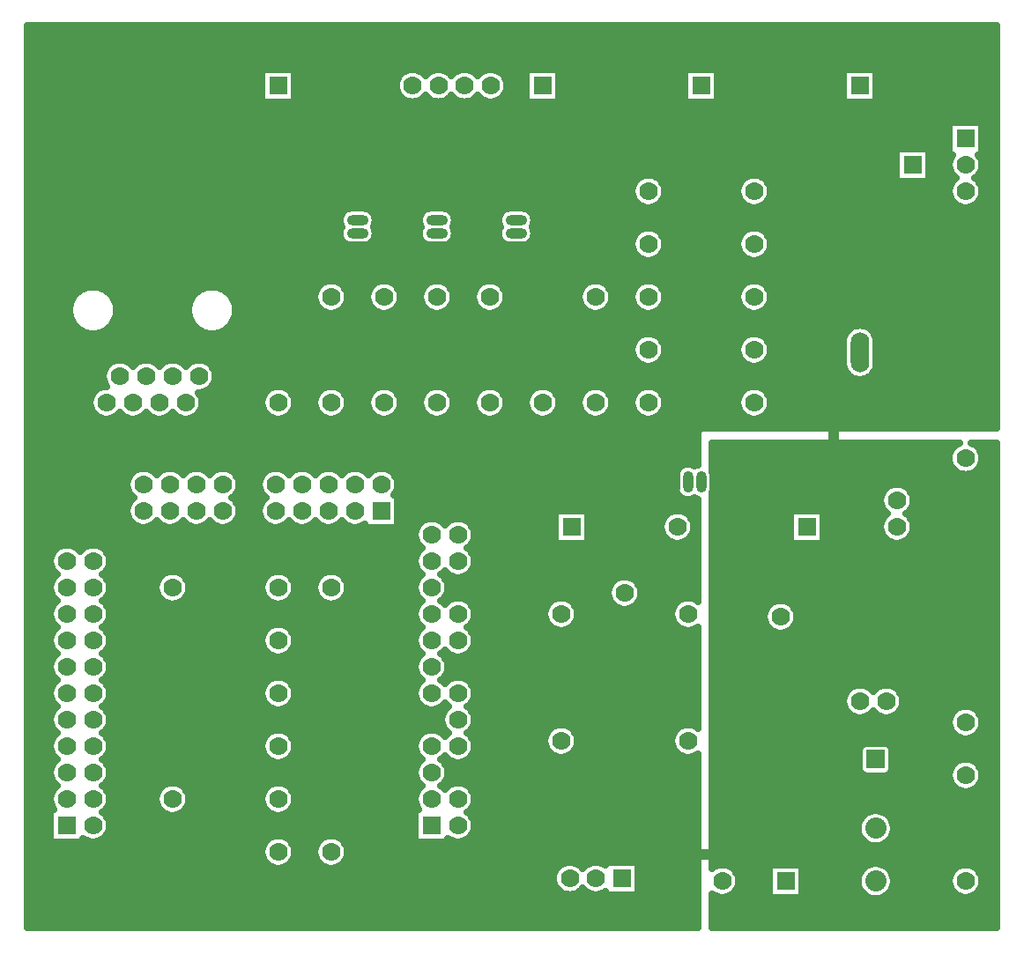
<source format=gbr>
G04 DipTrace 3.3.1.3*
G04 Bottom.gbr*
%MOIN*%
G04 #@! TF.FileFunction,Copper,L2,Bot*
G04 #@! TF.Part,Single*
%AMOUTLINE0*
4,1,4,
0.035,-0.035,
-0.035,-0.035,
-0.035,0.035,
0.035,0.035,
0.035,-0.035,
0*%
%AMOUTLINE3*
4,1,8,
0.029528,-0.019685,
0.03937,-0.009843,
0.03937,0.009843,
0.029528,0.019685,
-0.029528,0.019685,
-0.03937,0.009843,
-0.03937,-0.009843,
-0.029528,-0.019685,
0.029528,-0.019685,
0*%
%AMOUTLINE6*
4,1,8,
-0.019685,-0.029528,
-0.009843,-0.03937,
0.009843,-0.03937,
0.019685,-0.029528,
0.019685,0.029528,
0.009843,0.03937,
-0.009843,0.03937,
-0.019685,0.029528,
-0.019685,-0.029528,
0*%
G04 #@! TA.AperFunction,Conductor*
%ADD13C,0.04*%
G04 #@! TA.AperFunction,CopperBalancing*
%ADD16C,0.025*%
G04 #@! TA.AperFunction,ComponentPad*
%ADD17R,0.07X0.07*%
%ADD18C,0.07*%
%ADD19C,0.07*%
%ADD20O,0.07X0.152*%
%ADD21O,0.152X0.07*%
%ADD22C,0.08*%
%ADD23O,0.081X0.039*%
%ADD24O,0.039X0.081*%
%ADD53OUTLINE0*%
%ADD56OUTLINE3*%
%ADD59OUTLINE6*%
%FSLAX26Y26*%
G04*
G70*
G90*
G75*
G01*
G04 Bottom*
%LPD*%
X3833700Y2613700D2*
D13*
X3763700D1*
X3483700Y2333700D1*
Y2253700D1*
X3183700Y1953700D1*
X3303700Y713700D2*
X2373700D1*
X2063700Y1023700D1*
X438718Y3826331D2*
D16*
X4098713D1*
X438718Y3801462D2*
X4098713D1*
X438718Y3776594D2*
X4098713D1*
X438718Y3751725D2*
X4098713D1*
X438718Y3726856D2*
X4098713D1*
X438718Y3701987D2*
X4098713D1*
X438718Y3677119D2*
X1319699D1*
X1447709D2*
X1858714D1*
X1924682D2*
X1957109D1*
X2023077D2*
X2055540D1*
X2121470D2*
X2153934D1*
X2219865D2*
X2319683D1*
X2447695D2*
X2919703D1*
X3047713D2*
X3519686D1*
X3647697D2*
X4098713D1*
X438718Y3652250D2*
X1319699D1*
X1447709D2*
X1834745D1*
X2243872D2*
X2319683D1*
X2447695D2*
X2919703D1*
X3047713D2*
X3519686D1*
X3647697D2*
X4098713D1*
X438718Y3627381D2*
X1319699D1*
X1447709D2*
X1827818D1*
X2250797D2*
X2319683D1*
X2447695D2*
X2919703D1*
X3047713D2*
X3519686D1*
X3647697D2*
X4098713D1*
X438718Y3602512D2*
X1319699D1*
X1447709D2*
X1831478D1*
X2247137D2*
X2319683D1*
X2447695D2*
X2919703D1*
X3047713D2*
X3519686D1*
X3647697D2*
X4098713D1*
X438718Y3577644D2*
X1319699D1*
X1447709D2*
X1848452D1*
X1934945D2*
X1946847D1*
X2033339D2*
X2045241D1*
X2131770D2*
X2143636D1*
X2230165D2*
X2319683D1*
X2447695D2*
X2919703D1*
X3047713D2*
X3519686D1*
X3647697D2*
X4098713D1*
X438718Y3552775D2*
X4098713D1*
X438718Y3527906D2*
X4098713D1*
X438718Y3503037D2*
X4098713D1*
X438718Y3478169D2*
X3919687D1*
X4047699D2*
X4098713D1*
X438718Y3453300D2*
X3919687D1*
X4047699D2*
X4098713D1*
X438718Y3428431D2*
X3919687D1*
X4047699D2*
X4098713D1*
X438718Y3403562D2*
X3919687D1*
X4047699D2*
X4098713D1*
X438718Y3378693D2*
X3719705D1*
X3847716D2*
X3919687D1*
X4047699D2*
X4098713D1*
X438718Y3353825D2*
X3719705D1*
X3847716D2*
X3927582D1*
X4039804D2*
X4098713D1*
X438718Y3328956D2*
X3719705D1*
X3847716D2*
X3919939D1*
X4047483D2*
X4098713D1*
X438718Y3304087D2*
X3719705D1*
X3847716D2*
X3922917D1*
X4044504D2*
X4098713D1*
X438718Y3279218D2*
X2754743D1*
X2812672D2*
X3154745D1*
X3212674D2*
X3719705D1*
X3847716D2*
X3938742D1*
X4028679D2*
X4098713D1*
X438718Y3254350D2*
X2727865D1*
X2839514D2*
X3127867D1*
X3239515D2*
X3927869D1*
X4039516D2*
X4098713D1*
X438718Y3229481D2*
X2719972D1*
X2847444D2*
X3119972D1*
X3247445D2*
X3919974D1*
X4047411D2*
X4098713D1*
X438718Y3204612D2*
X2722734D1*
X2844645D2*
X3122735D1*
X3244646D2*
X3922737D1*
X4044648D2*
X4098713D1*
X438718Y3179743D2*
X2738200D1*
X2829214D2*
X3138201D1*
X3229216D2*
X3938204D1*
X4029218D2*
X4098713D1*
X438718Y3154875D2*
X1639678D1*
X1727714D2*
X1939705D1*
X2027705D2*
X2239697D1*
X2327697D2*
X4098713D1*
X438718Y3130006D2*
X1617179D1*
X1750213D2*
X1917170D1*
X2050205D2*
X2217197D1*
X2350197D2*
X4098713D1*
X438718Y3105137D2*
X1614990D1*
X1752402D2*
X1915018D1*
X2052394D2*
X2215008D1*
X2352386D2*
X4098713D1*
X438718Y3080268D2*
X1617287D1*
X1750106D2*
X1917277D1*
X2050098D2*
X2217270D1*
X2350125D2*
X2757075D1*
X2810339D2*
X3157077D1*
X3210340D2*
X4098713D1*
X438718Y3055399D2*
X1614953D1*
X1752438D2*
X1914945D1*
X2052430D2*
X2214938D1*
X2352457D2*
X2728511D1*
X2838903D2*
X3128512D1*
X3238905D2*
X4098713D1*
X438718Y3030531D2*
X1628338D1*
X1739088D2*
X1928330D1*
X2039081D2*
X2228322D1*
X2339073D2*
X2720079D1*
X2847336D2*
X3120079D1*
X3247338D2*
X4098713D1*
X438718Y3005662D2*
X2722411D1*
X2845004D2*
X3122413D1*
X3245004D2*
X4098713D1*
X438718Y2980793D2*
X2737124D1*
X2830255D2*
X3137125D1*
X3230256D2*
X4098713D1*
X438718Y2955924D2*
X4098713D1*
X438718Y2931056D2*
X4098713D1*
X438718Y2906187D2*
X4098713D1*
X438718Y2881318D2*
X1559692D1*
X1607717D2*
X1759710D1*
X1807700D2*
X1959693D1*
X2007718D2*
X2159712D1*
X2207701D2*
X2559712D1*
X2607701D2*
X2759695D1*
X2807720D2*
X3159696D1*
X3207721D2*
X4098713D1*
X438718Y2856449D2*
X648449D1*
X718973D2*
X1098436D1*
X1168961D2*
X1529154D1*
X1638255D2*
X1729137D1*
X1838273D2*
X1929155D1*
X2038255D2*
X2129138D1*
X2238238D2*
X2529140D1*
X2638239D2*
X2729158D1*
X2838258D2*
X3129158D1*
X3238259D2*
X4098713D1*
X438718Y2831581D2*
X613606D1*
X753817D2*
X1063594D1*
X1203805D2*
X1520220D1*
X1647190D2*
X1720201D1*
X1847208D2*
X1920221D1*
X2047191D2*
X2120203D1*
X2247209D2*
X2520204D1*
X2647210D2*
X2720222D1*
X2847192D2*
X3120224D1*
X3247193D2*
X4098713D1*
X438718Y2806712D2*
X598535D1*
X768852D2*
X1048557D1*
X1218840D2*
X1522086D1*
X1645323D2*
X1722104D1*
X1845306D2*
X1922086D1*
X2045325D2*
X2122104D1*
X2245308D2*
X2522106D1*
X2645309D2*
X2722088D1*
X2845291D2*
X3122090D1*
X3245292D2*
X4098713D1*
X438718Y2781843D2*
X592577D1*
X774809D2*
X1042565D1*
X1224833D2*
X1536151D1*
X1631258D2*
X1736134D1*
X1831276D2*
X1936153D1*
X2031258D2*
X2136136D1*
X2231241D2*
X2536137D1*
X2631242D2*
X2736155D1*
X2831260D2*
X3136155D1*
X3231262D2*
X4098713D1*
X438718Y2756974D2*
X593797D1*
X773625D2*
X1043785D1*
X1223613D2*
X4098713D1*
X438718Y2732106D2*
X602518D1*
X764869D2*
X1052504D1*
X1214893D2*
X4098713D1*
X438718Y2707237D2*
X622002D1*
X745384D2*
X1072025D1*
X1195407D2*
X3549218D1*
X3618165D2*
X4098713D1*
X438718Y2682368D2*
X2762745D1*
X2804634D2*
X3162746D1*
X3204636D2*
X3526289D1*
X3641130D2*
X4098713D1*
X438718Y2657499D2*
X2729804D1*
X2837575D2*
X3129805D1*
X3237577D2*
X3519758D1*
X3647625D2*
X4098713D1*
X438718Y2632630D2*
X2720365D1*
X2847049D2*
X3120367D1*
X3247050D2*
X3519686D1*
X3647697D2*
X4098713D1*
X438718Y2607762D2*
X2721801D1*
X2845613D2*
X3121802D1*
X3245615D2*
X3519686D1*
X3647697D2*
X4098713D1*
X438718Y2582893D2*
X764498D1*
X802871D2*
X864507D1*
X902880D2*
X964516D1*
X1002889D2*
X1064525D1*
X1102898D2*
X2735186D1*
X2832229D2*
X3135187D1*
X3232195D2*
X3519686D1*
X3647697D2*
X4098713D1*
X438718Y2558024D2*
X730157D1*
X1137239D2*
X3521481D1*
X3645939D2*
X4098713D1*
X438718Y2533155D2*
X720432D1*
X1146964D2*
X3534112D1*
X3633308D2*
X4098713D1*
X438718Y2508287D2*
X721653D1*
X1145745D2*
X4098713D1*
X438718Y2483418D2*
X716485D1*
X1132682D2*
X1366491D1*
X1400881D2*
X1566510D1*
X1600899D2*
X1766493D1*
X1800881D2*
X1966511D1*
X2000899D2*
X2166494D1*
X2200882D2*
X2366512D1*
X2400901D2*
X2566494D1*
X2600884D2*
X2766514D1*
X2800902D2*
X3166514D1*
X3200903D2*
X4098713D1*
X438718Y2458549D2*
X680529D1*
X1086857D2*
X1330536D1*
X1436872D2*
X1530518D1*
X1636890D2*
X1730536D1*
X1836873D2*
X1930519D1*
X2036856D2*
X2130537D1*
X2236875D2*
X2330520D1*
X2436857D2*
X2530539D1*
X2636876D2*
X2730522D1*
X2836857D2*
X3130523D1*
X3236859D2*
X4098713D1*
X438718Y2433680D2*
X670518D1*
X1096869D2*
X1320524D1*
X1446884D2*
X1520506D1*
X1646902D2*
X1720525D1*
X1846885D2*
X1920507D1*
X2046868D2*
X2120525D1*
X2246886D2*
X2320508D1*
X2446869D2*
X2520527D1*
X2646888D2*
X2720510D1*
X2846869D2*
X3120511D1*
X3246871D2*
X4098713D1*
X438718Y2408812D2*
X671523D1*
X1095865D2*
X1321528D1*
X1445880D2*
X1521546D1*
X1645861D2*
X1721529D1*
X1845880D2*
X1921512D1*
X2045863D2*
X2121531D1*
X2245881D2*
X2321514D1*
X2445864D2*
X2521532D1*
X2645882D2*
X2721514D1*
X2845865D2*
X3121515D1*
X3245867D2*
X4098713D1*
X438718Y2383943D2*
X684262D1*
X1083127D2*
X1334267D1*
X1433104D2*
X1534285D1*
X1633123D2*
X1734268D1*
X1833106D2*
X1934287D1*
X2033124D2*
X2134270D1*
X2233107D2*
X2334288D1*
X2433125D2*
X2534271D1*
X2633108D2*
X2734289D1*
X2833127D2*
X3134291D1*
X3233128D2*
X4098713D1*
X438718Y2359074D2*
X4098713D1*
X438718Y2334205D2*
X4098713D1*
X438718Y2309336D2*
X2968684D1*
X438718Y2284468D2*
X2968684D1*
X438718Y2259599D2*
X2968684D1*
X438718Y2234730D2*
X2968684D1*
X438718Y2209861D2*
X2968684D1*
X438718Y2184993D2*
X2909010D1*
X438718Y2160124D2*
X830848D1*
X916552D2*
X930857D1*
X1016525D2*
X1030867D1*
X1116535D2*
X1130876D1*
X1216544D2*
X1330859D1*
X1416527D2*
X1430868D1*
X1516536D2*
X1530877D1*
X1616545D2*
X1630851D1*
X1716554D2*
X1730860D1*
X1816527D2*
X2887873D1*
X438718Y2135255D2*
X813588D1*
X1233804D2*
X1313598D1*
X1833788D2*
X2885218D1*
X438718Y2110386D2*
X809784D1*
X1237608D2*
X1309794D1*
X1837627D2*
X2885218D1*
X438718Y2085518D2*
X816531D1*
X1230861D2*
X1316541D1*
X1830844D2*
X2888519D1*
X438718Y2060649D2*
X831459D1*
X1215934D2*
X1331469D1*
X1837699D2*
X2912562D1*
X2954846D2*
X2962548D1*
X438718Y2035780D2*
X813804D1*
X1233588D2*
X1313813D1*
X1837699D2*
X2968684D1*
X438718Y2010911D2*
X809749D1*
X1237644D2*
X1309759D1*
X1837699D2*
X2429704D1*
X2557714D2*
X2868640D1*
X2918746D2*
X2968684D1*
X438718Y1986043D2*
X816279D1*
X1231112D2*
X1316254D1*
X1837699D2*
X2429704D1*
X2557714D2*
X2838892D1*
X2948494D2*
X2968684D1*
X438718Y1961174D2*
X839209D1*
X908191D2*
X939218D1*
X1008200D2*
X1039228D1*
X1108174D2*
X1139201D1*
X1208183D2*
X1339220D1*
X1408201D2*
X1439229D1*
X1508174D2*
X1539203D1*
X1608183D2*
X1639212D1*
X1837699D2*
X1912434D1*
X2114976D2*
X2429704D1*
X2557714D2*
X2830171D1*
X2957250D2*
X2968704D1*
X438718Y1936305D2*
X1901023D1*
X2126388D2*
X2429704D1*
X2557714D2*
X2832217D1*
X2955204D2*
X2968684D1*
X438718Y1911436D2*
X1900951D1*
X2126459D2*
X2429704D1*
X2557714D2*
X2846535D1*
X2940886D2*
X2968684D1*
X438718Y1886567D2*
X1912183D1*
X2115228D2*
X2968684D1*
X438718Y1861699D2*
X532830D1*
X734548D2*
X1912829D1*
X2114545D2*
X2968684D1*
X438718Y1836830D2*
X521132D1*
X746281D2*
X1901130D1*
X2126280D2*
X2968684D1*
X438718Y1811961D2*
X520844D1*
X746569D2*
X1900843D1*
X2126566D2*
X2968684D1*
X438718Y1787092D2*
X531789D1*
X735624D2*
X1911788D1*
X2115621D2*
X2968684D1*
X438718Y1762224D2*
X533260D1*
X734153D2*
X933262D1*
X1034145D2*
X1333263D1*
X1434145D2*
X1533246D1*
X1634128D2*
X1913259D1*
X2014141D2*
X2059487D1*
X2067914D2*
X2672317D1*
X2715103D2*
X2968684D1*
X438718Y1737355D2*
X521239D1*
X746174D2*
X921241D1*
X1046166D2*
X1321242D1*
X1446166D2*
X1521224D1*
X1646149D2*
X1901238D1*
X2026162D2*
X2639734D1*
X2747686D2*
X2968684D1*
X438718Y1712486D2*
X520737D1*
X746676D2*
X920738D1*
X1046667D2*
X1320739D1*
X1446669D2*
X1520722D1*
X1646651D2*
X1900735D1*
X2026665D2*
X2630333D1*
X2757052D2*
X2968684D1*
X438718Y1687617D2*
X531394D1*
X736019D2*
X931396D1*
X1036010D2*
X1331397D1*
X1436011D2*
X1531415D1*
X1635994D2*
X1911393D1*
X2016007D2*
X2631839D1*
X2755545D2*
X2968684D1*
X438718Y1662749D2*
X533691D1*
X733722D2*
X973022D1*
X994385D2*
X1372986D1*
X1394385D2*
X1573004D1*
X1594369D2*
X1913690D1*
X2113720D2*
X2403688D1*
X2503709D2*
X2645333D1*
X2742088D2*
X2883675D1*
X438718Y1637880D2*
X521347D1*
X746031D2*
X1901346D1*
X2126028D2*
X2391344D1*
X2516053D2*
X2871367D1*
X438718Y1613011D2*
X520629D1*
X746747D2*
X1900628D1*
X2126781D2*
X2390627D1*
X2516771D2*
X2870649D1*
X438718Y1588142D2*
X531036D1*
X736377D2*
X1911035D1*
X2116376D2*
X2401032D1*
X2506365D2*
X2881019D1*
X438718Y1563273D2*
X534121D1*
X733292D2*
X1334124D1*
X1433284D2*
X1914120D1*
X2113289D2*
X2439751D1*
X2467646D2*
X2919775D1*
X2947633D2*
X2968684D1*
X438718Y1538405D2*
X521490D1*
X745923D2*
X1321493D1*
X1445915D2*
X1901489D1*
X2125920D2*
X2968684D1*
X438718Y1513536D2*
X520558D1*
X746855D2*
X1320560D1*
X1446848D2*
X1900556D1*
X2126854D2*
X2968684D1*
X438718Y1488667D2*
X530641D1*
X736737D2*
X1330644D1*
X1436729D2*
X1910640D1*
X2116734D2*
X2968684D1*
X438718Y1463798D2*
X534553D1*
X732825D2*
X1367281D1*
X1400127D2*
X1914587D1*
X2012814D2*
X2047287D1*
X2080132D2*
X2968684D1*
X438718Y1438930D2*
X521599D1*
X745779D2*
X1901632D1*
X2025768D2*
X2968684D1*
X438718Y1414061D2*
X520451D1*
X746927D2*
X1900448D1*
X2026952D2*
X2968684D1*
X438718Y1389192D2*
X530283D1*
X737095D2*
X1910280D1*
X2017120D2*
X2968684D1*
X438718Y1364323D2*
X535019D1*
X732359D2*
X1335022D1*
X1432386D2*
X1915018D1*
X2112356D2*
X2968684D1*
X438718Y1339455D2*
X521742D1*
X745636D2*
X1321743D1*
X1445665D2*
X1901739D1*
X2125633D2*
X2968684D1*
X438718Y1314586D2*
X520378D1*
X747035D2*
X1320380D1*
X1447028D2*
X1900376D1*
X2127033D2*
X2968684D1*
X438718Y1289717D2*
X529960D1*
X737453D2*
X1329926D1*
X1437447D2*
X1909957D1*
X2117452D2*
X2968684D1*
X438718Y1264848D2*
X535486D1*
X731892D2*
X1363334D1*
X1404039D2*
X1943330D1*
X1984070D2*
X2015493D1*
X2111890D2*
X2968684D1*
X438718Y1239980D2*
X521885D1*
X745491D2*
X2001893D1*
X2125490D2*
X2968684D1*
X438718Y1215111D2*
X520306D1*
X747107D2*
X2000314D1*
X2127104D2*
X2968684D1*
X438718Y1190242D2*
X529600D1*
X737813D2*
X2009608D1*
X2117810D2*
X2411008D1*
X2496389D2*
X2890995D1*
X438718Y1165373D2*
X535987D1*
X731426D2*
X1335955D1*
X1431418D2*
X1915986D1*
X2111423D2*
X2393641D1*
X2513756D2*
X2873663D1*
X438718Y1140504D2*
X522029D1*
X745348D2*
X1322031D1*
X1445377D2*
X1902027D1*
X2125347D2*
X2389801D1*
X2517632D2*
X2869788D1*
X438718Y1115636D2*
X520234D1*
X747179D2*
X1320237D1*
X1447171D2*
X1900233D1*
X2127176D2*
X2396476D1*
X2510922D2*
X2876462D1*
X438718Y1090767D2*
X529277D1*
X738136D2*
X1329243D1*
X1438128D2*
X1909276D1*
X2118134D2*
X2419872D1*
X2487525D2*
X2899894D1*
X438718Y1065898D2*
X536455D1*
X730923D2*
X1360212D1*
X1407196D2*
X1916452D1*
X2010948D2*
X2040182D1*
X2087201D2*
X2968684D1*
X438718Y1041029D2*
X522208D1*
X745205D2*
X1902207D1*
X2025193D2*
X2968684D1*
X438718Y1016161D2*
X520163D1*
X747250D2*
X1900161D1*
X2027239D2*
X2968684D1*
X438718Y991292D2*
X528919D1*
X738459D2*
X1908917D1*
X2018483D2*
X2968684D1*
X438718Y966423D2*
X536957D1*
X730420D2*
X936957D1*
X1030448D2*
X1336959D1*
X1430449D2*
X1916955D1*
X2110455D2*
X2968684D1*
X438718Y941554D2*
X522352D1*
X745061D2*
X922354D1*
X1045053D2*
X1322354D1*
X1445054D2*
X1902350D1*
X2125060D2*
X2968684D1*
X438718Y916686D2*
X520091D1*
X747287D2*
X920092D1*
X1047314D2*
X1320094D1*
X1447314D2*
X1900090D1*
X2127284D2*
X2968684D1*
X438718Y891817D2*
X528596D1*
X738781D2*
X928596D1*
X1038773D2*
X1328598D1*
X1438775D2*
X1908594D1*
X2118780D2*
X2968684D1*
X438718Y866948D2*
X519696D1*
X729918D2*
X957519D1*
X1009886D2*
X1357520D1*
X1409888D2*
X1899695D1*
X2109917D2*
X2968684D1*
X438718Y842079D2*
X519696D1*
X744882D2*
X1899695D1*
X2124880D2*
X2968684D1*
X438718Y817210D2*
X519696D1*
X747357D2*
X1899695D1*
X2127356D2*
X2968684D1*
X438718Y792342D2*
X519696D1*
X739104D2*
X1899695D1*
X2119103D2*
X2968684D1*
X438718Y767473D2*
X519696D1*
X647708D2*
X656272D1*
X711115D2*
X1337999D1*
X1429409D2*
X1538018D1*
X1629392D2*
X1899695D1*
X2027705D2*
X2036270D1*
X2091113D2*
X2968684D1*
X438718Y742604D2*
X1322676D1*
X1444731D2*
X1522695D1*
X1644713D2*
X2968684D1*
X438718Y717735D2*
X1319986D1*
X1447422D2*
X1520004D1*
X1647405D2*
X2968684D1*
X438718Y692867D2*
X1327987D1*
X1439420D2*
X1527970D1*
X1639403D2*
X2968684D1*
X438718Y667998D2*
X1355116D1*
X1412256D2*
X1555134D1*
X1612275D2*
X2441725D1*
X2532058D2*
X2540155D1*
X2747686D2*
X2968684D1*
X438718Y643129D2*
X2426044D1*
X2747686D2*
X2968684D1*
X438718Y618260D2*
X2423137D1*
X2747686D2*
X2968684D1*
X438718Y593392D2*
X2430888D1*
X2747686D2*
X2968684D1*
X438718Y568523D2*
X2457228D1*
X2516556D2*
X2555621D1*
X2747686D2*
X2968684D1*
X438718Y543654D2*
X2968684D1*
X438718Y518785D2*
X2968684D1*
X438718Y493917D2*
X2968684D1*
X438718Y469048D2*
X2968684D1*
X438718Y444179D2*
X2968684D1*
X3731386Y3385200D2*
X3845200D1*
Y3262200D1*
X3722200D1*
Y3385200D1*
X3731386D1*
X2441386Y2015200D2*
X2555200D1*
Y1892200D1*
X2432200D1*
Y2015200D1*
X2441386D1*
X2955011Y1948875D2*
X2953501Y1939343D1*
X2950519Y1930165D1*
X2946137Y1921566D1*
X2940465Y1913759D1*
X2933641Y1906935D1*
X2925834Y1901263D1*
X2917235Y1896881D1*
X2908057Y1893899D1*
X2898525Y1892389D1*
X2888875D1*
X2879343Y1893899D1*
X2870165Y1896881D1*
X2861566Y1901263D1*
X2853759Y1906935D1*
X2846935Y1913759D1*
X2841263Y1921566D1*
X2836881Y1930165D1*
X2833899Y1939343D1*
X2832389Y1948875D1*
Y1958525D1*
X2833899Y1968057D1*
X2836881Y1977235D1*
X2841263Y1985834D1*
X2846935Y1993641D1*
X2853759Y2000465D1*
X2861566Y2006137D1*
X2870165Y2010519D1*
X2879343Y2013501D1*
X2888875Y2015011D1*
X2898525D1*
X2908057Y2013501D1*
X2917235Y2010519D1*
X2925834Y2006137D1*
X2933641Y2000465D1*
X2940465Y1993641D1*
X2946137Y1985834D1*
X2950519Y1977235D1*
X2953501Y1968057D1*
X2955011Y1958525D1*
Y1948875D1*
X1145011Y2518875D2*
X1143501Y2509343D1*
X1140519Y2500165D1*
X1136137Y2491566D1*
X1130465Y2483759D1*
X1123641Y2476935D1*
X1115834Y2471263D1*
X1107235Y2466881D1*
X1098057Y2463899D1*
X1088525Y2462389D1*
X1081608Y2462283D1*
X1086137Y2455834D1*
X1090519Y2447235D1*
X1093501Y2438057D1*
X1095011Y2428525D1*
Y2418875D1*
X1093501Y2409343D1*
X1090519Y2400165D1*
X1086137Y2391566D1*
X1080465Y2383759D1*
X1073641Y2376935D1*
X1065834Y2371263D1*
X1057235Y2366881D1*
X1048057Y2363899D1*
X1038525Y2362389D1*
X1028875D1*
X1019343Y2363899D1*
X1010165Y2366881D1*
X1001566Y2371263D1*
X993759Y2376935D1*
X986935Y2383759D1*
X983704Y2387911D1*
X980465Y2383759D1*
X973641Y2376935D1*
X965834Y2371263D1*
X957235Y2366881D1*
X948057Y2363899D1*
X938525Y2362389D1*
X928875D1*
X919343Y2363899D1*
X910165Y2366881D1*
X901566Y2371263D1*
X893759Y2376935D1*
X886935Y2383759D1*
X883704Y2387911D1*
X880465Y2383759D1*
X873641Y2376935D1*
X865834Y2371263D1*
X857235Y2366881D1*
X848057Y2363899D1*
X838525Y2362389D1*
X828875D1*
X819343Y2363899D1*
X810165Y2366881D1*
X801566Y2371263D1*
X793759Y2376935D1*
X786935Y2383759D1*
X783704Y2387911D1*
X780465Y2383759D1*
X773641Y2376935D1*
X765834Y2371263D1*
X757235Y2366881D1*
X748057Y2363899D1*
X738525Y2362389D1*
X728875D1*
X719343Y2363899D1*
X710165Y2366881D1*
X701566Y2371263D1*
X693759Y2376935D1*
X686935Y2383759D1*
X681263Y2391566D1*
X676881Y2400165D1*
X673899Y2409343D1*
X672389Y2418875D1*
Y2428525D1*
X673899Y2438057D1*
X676881Y2447235D1*
X681263Y2455834D1*
X686935Y2463641D1*
X693759Y2470465D1*
X701566Y2476137D1*
X710165Y2480519D1*
X719343Y2483501D1*
X728875Y2485011D1*
X735792Y2485117D1*
X731263Y2491566D1*
X726881Y2500165D1*
X723899Y2509343D1*
X722389Y2518875D1*
Y2528525D1*
X723899Y2538057D1*
X726881Y2547235D1*
X731263Y2555834D1*
X736935Y2563641D1*
X743759Y2570465D1*
X751566Y2576137D1*
X760165Y2580519D1*
X769343Y2583501D1*
X778875Y2585011D1*
X788525D1*
X798057Y2583501D1*
X807235Y2580519D1*
X815834Y2576137D1*
X823641Y2570465D1*
X830465Y2563641D1*
X833696Y2559489D1*
X836935Y2563641D1*
X843759Y2570465D1*
X851566Y2576137D1*
X860165Y2580519D1*
X869343Y2583501D1*
X878875Y2585011D1*
X888525D1*
X898057Y2583501D1*
X907235Y2580519D1*
X915834Y2576137D1*
X923641Y2570465D1*
X930465Y2563641D1*
X933696Y2559489D1*
X936935Y2563641D1*
X943759Y2570465D1*
X951566Y2576137D1*
X960165Y2580519D1*
X969343Y2583501D1*
X978875Y2585011D1*
X988525D1*
X998057Y2583501D1*
X1007235Y2580519D1*
X1015834Y2576137D1*
X1023641Y2570465D1*
X1030465Y2563641D1*
X1033696Y2559489D1*
X1036935Y2563641D1*
X1043759Y2570465D1*
X1051566Y2576137D1*
X1060165Y2580519D1*
X1069343Y2583501D1*
X1078875Y2585011D1*
X1088525D1*
X1098057Y2583501D1*
X1107235Y2580519D1*
X1115834Y2576137D1*
X1123641Y2570465D1*
X1130465Y2563641D1*
X1136137Y2555834D1*
X1140519Y2547235D1*
X1143501Y2538057D1*
X1145011Y2528525D1*
Y2518875D1*
X1222426Y2766717D2*
X1221604Y2759777D1*
X1220241Y2752923D1*
X1218344Y2746197D1*
X1215926Y2739641D1*
X1212999Y2733294D1*
X1209585Y2727197D1*
X1205703Y2721388D1*
X1201376Y2715899D1*
X1196633Y2710767D1*
X1191501Y2706024D1*
X1186012Y2701697D1*
X1180203Y2697815D1*
X1174106Y2694401D1*
X1167759Y2691474D1*
X1161203Y2689056D1*
X1154477Y2687159D1*
X1147623Y2685796D1*
X1140683Y2684974D1*
X1133700Y2684700D1*
X1126717Y2684974D1*
X1119777Y2685796D1*
X1112923Y2687159D1*
X1106197Y2689056D1*
X1099641Y2691474D1*
X1093294Y2694401D1*
X1087197Y2697815D1*
X1081388Y2701697D1*
X1075899Y2706024D1*
X1070767Y2710767D1*
X1066024Y2715899D1*
X1061697Y2721388D1*
X1057815Y2727197D1*
X1054401Y2733294D1*
X1051474Y2739641D1*
X1049056Y2746197D1*
X1047159Y2752923D1*
X1045796Y2759777D1*
X1044974Y2766717D1*
X1044700Y2773700D1*
X1044974Y2780683D1*
X1045796Y2787623D1*
X1047159Y2794477D1*
X1049056Y2801203D1*
X1051474Y2807759D1*
X1054401Y2814106D1*
X1057815Y2820203D1*
X1061697Y2826012D1*
X1066024Y2831501D1*
X1070767Y2836633D1*
X1075899Y2841376D1*
X1081388Y2845703D1*
X1087197Y2849585D1*
X1093294Y2852999D1*
X1099641Y2855926D1*
X1106197Y2858344D1*
X1112923Y2860241D1*
X1119777Y2861604D1*
X1126717Y2862426D1*
X1133700Y2862700D1*
X1140683Y2862426D1*
X1147623Y2861604D1*
X1154477Y2860241D1*
X1161203Y2858344D1*
X1167759Y2855926D1*
X1174106Y2852999D1*
X1180203Y2849585D1*
X1186012Y2845703D1*
X1191501Y2841376D1*
X1196633Y2836633D1*
X1201376Y2831501D1*
X1205703Y2826012D1*
X1209585Y2820203D1*
X1212999Y2814106D1*
X1215926Y2807759D1*
X1218344Y2801203D1*
X1220241Y2794477D1*
X1221604Y2787623D1*
X1222426Y2780683D1*
X1222700Y2773700D1*
X1222426Y2766717D1*
X772426D2*
X771604Y2759777D1*
X770241Y2752923D1*
X768344Y2746197D1*
X765926Y2739641D1*
X762999Y2733294D1*
X759585Y2727197D1*
X755703Y2721388D1*
X751376Y2715899D1*
X746633Y2710767D1*
X741501Y2706024D1*
X736012Y2701697D1*
X730203Y2697815D1*
X724106Y2694401D1*
X717759Y2691474D1*
X711203Y2689056D1*
X704477Y2687159D1*
X697623Y2685796D1*
X690683Y2684974D1*
X683700Y2684700D1*
X676717Y2684974D1*
X669777Y2685796D1*
X662923Y2687159D1*
X656197Y2689056D1*
X649641Y2691474D1*
X643294Y2694401D1*
X637197Y2697815D1*
X631388Y2701697D1*
X625899Y2706024D1*
X620767Y2710767D1*
X616024Y2715899D1*
X611697Y2721388D1*
X607815Y2727197D1*
X604401Y2733294D1*
X601474Y2739641D1*
X599056Y2746197D1*
X597159Y2752923D1*
X595796Y2759777D1*
X594974Y2766717D1*
X594700Y2773700D1*
X594974Y2780683D1*
X595796Y2787623D1*
X597159Y2794477D1*
X599056Y2801203D1*
X601474Y2807759D1*
X604401Y2814106D1*
X607815Y2820203D1*
X611697Y2826012D1*
X616024Y2831501D1*
X620767Y2836633D1*
X625899Y2841376D1*
X631388Y2845703D1*
X637197Y2849585D1*
X643294Y2852999D1*
X649641Y2855926D1*
X656197Y2858344D1*
X662923Y2860241D1*
X669777Y2861604D1*
X676717Y2862426D1*
X683700Y2862700D1*
X690683Y2862426D1*
X697623Y2861604D1*
X704477Y2860241D1*
X711203Y2858344D1*
X717759Y2855926D1*
X724106Y2852999D1*
X730203Y2849585D1*
X736012Y2845703D1*
X741501Y2841376D1*
X746633Y2836633D1*
X751376Y2831501D1*
X755703Y2826012D1*
X759585Y2820203D1*
X762999Y2814106D1*
X765926Y2807759D1*
X768344Y2801203D1*
X770241Y2794477D1*
X771604Y2787623D1*
X772426Y2780683D1*
X772700Y2773700D1*
X772426Y2766717D1*
X3522201Y2654682D2*
X3522957Y2664321D1*
X3525210Y2673704D1*
X3528903Y2682620D1*
X3533945Y2690848D1*
X3540213Y2698187D1*
X3547552Y2704455D1*
X3555780Y2709497D1*
X3564696Y2713190D1*
X3574079Y2715443D1*
X3583700Y2716200D1*
X3593321Y2715443D1*
X3602704Y2713190D1*
X3611620Y2709497D1*
X3619848Y2704455D1*
X3627187Y2698187D1*
X3633455Y2690848D1*
X3638497Y2682620D1*
X3642190Y2673704D1*
X3644443Y2664321D1*
X3645200Y2654700D1*
X3645011Y2567875D1*
X3643501Y2558343D1*
X3640519Y2549165D1*
X3636137Y2540566D1*
X3630465Y2532759D1*
X3623641Y2525935D1*
X3615834Y2520263D1*
X3607235Y2515881D1*
X3598057Y2512899D1*
X3588525Y2511389D1*
X3578875D1*
X3569343Y2512899D1*
X3560165Y2515881D1*
X3551566Y2520263D1*
X3543759Y2525935D1*
X3536935Y2532759D1*
X3531263Y2540566D1*
X3526881Y2549165D1*
X3523899Y2558343D1*
X3522389Y2567875D1*
X3522200Y2591073D1*
Y2654533D1*
X2331386Y3685200D2*
X2445200D1*
Y3562200D1*
X2322200D1*
Y3685200D1*
X2331386D1*
X2248210Y3618875D2*
X2246700Y3609343D1*
X2243718Y3600165D1*
X2239336Y3591566D1*
X2233665Y3583759D1*
X2226840Y3576935D1*
X2219033Y3571263D1*
X2210435Y3566881D1*
X2201256Y3563899D1*
X2191725Y3562389D1*
X2182074D1*
X2172543Y3563899D1*
X2163364Y3566881D1*
X2154766Y3571263D1*
X2146959Y3576935D1*
X2140134Y3583759D1*
X2137717Y3586826D1*
X2131987Y3580213D1*
X2124649Y3573945D1*
X2116420Y3568903D1*
X2107504Y3565210D1*
X2098121Y3562957D1*
X2088501Y3562200D1*
X2078880Y3562957D1*
X2069497Y3565210D1*
X2060581Y3568903D1*
X2052352Y3573945D1*
X2045014Y3580213D1*
X2039318Y3586826D1*
X2033587Y3580213D1*
X2026249Y3573945D1*
X2018020Y3568903D1*
X2009104Y3565210D1*
X1999721Y3562957D1*
X1990100Y3562200D1*
X1980480Y3562957D1*
X1971096Y3565210D1*
X1962180Y3568903D1*
X1953952Y3573945D1*
X1946613Y3580213D1*
X1940918Y3586826D1*
X1935187Y3580213D1*
X1927848Y3573945D1*
X1919620Y3568903D1*
X1910704Y3565210D1*
X1901321Y3562957D1*
X1891700Y3562200D1*
X1882079Y3562957D1*
X1872696Y3565210D1*
X1863780Y3568903D1*
X1855552Y3573945D1*
X1848213Y3580213D1*
X1841945Y3587552D1*
X1836903Y3595780D1*
X1833210Y3604696D1*
X1830957Y3614079D1*
X1830200Y3623700D1*
X1830957Y3633321D1*
X1833210Y3642704D1*
X1836903Y3651620D1*
X1841945Y3659848D1*
X1848213Y3667187D1*
X1855552Y3673455D1*
X1863780Y3678497D1*
X1872696Y3682190D1*
X1882079Y3684443D1*
X1891700Y3685200D1*
X1901321Y3684443D1*
X1910704Y3682190D1*
X1919620Y3678497D1*
X1927848Y3673455D1*
X1935187Y3667187D1*
X1940882Y3660574D1*
X1946613Y3667187D1*
X1953952Y3673455D1*
X1962180Y3678497D1*
X1971096Y3682190D1*
X1980480Y3684443D1*
X1990100Y3685200D1*
X1999721Y3684443D1*
X2009104Y3682190D1*
X2018020Y3678497D1*
X2026249Y3673455D1*
X2033587Y3667187D1*
X2039283Y3660574D1*
X2045014Y3667187D1*
X2052352Y3673455D1*
X2060581Y3678497D1*
X2069497Y3682190D1*
X2078880Y3684443D1*
X2088501Y3685200D1*
X2098121Y3684443D1*
X2107504Y3682190D1*
X2116420Y3678497D1*
X2124649Y3673455D1*
X2131987Y3667187D1*
X2137683Y3660574D1*
X2143413Y3667187D1*
X2150751Y3673455D1*
X2158980Y3678497D1*
X2167896Y3682190D1*
X2177279Y3684443D1*
X2186899Y3685200D1*
X2196520Y3684443D1*
X2205903Y3682190D1*
X2214819Y3678497D1*
X2223048Y3673455D1*
X2230386Y3667187D1*
X2236654Y3659848D1*
X2241696Y3651620D1*
X2245389Y3642704D1*
X2247642Y3633321D1*
X2248399Y3623700D1*
X2248210Y3618875D1*
X1331386Y3685200D2*
X1445200D1*
Y3562200D1*
X1322200D1*
Y3685200D1*
X1331386D1*
X2931386D2*
X3045200D1*
Y3562200D1*
X2922200D1*
Y3685200D1*
X2931386D1*
X3531386D2*
X3645200D1*
Y3562200D1*
X3522200D1*
Y3685200D1*
X3531386D1*
X2631386Y685200D2*
X2745200D1*
Y562200D1*
X2622200D1*
Y574508D1*
X2617434Y571263D1*
X2608835Y566881D1*
X2599657Y563899D1*
X2590125Y562389D1*
X2580474D1*
X2570943Y563899D1*
X2561764Y566881D1*
X2553166Y571263D1*
X2545359Y576935D1*
X2538535Y583759D1*
X2536117Y586826D1*
X2530386Y580213D1*
X2523048Y573945D1*
X2514819Y568903D1*
X2505903Y565210D1*
X2496520Y562957D1*
X2486899Y562200D1*
X2477279Y562957D1*
X2467896Y565210D1*
X2458980Y568903D1*
X2450751Y573945D1*
X2443413Y580213D1*
X2437145Y587552D1*
X2432103Y595780D1*
X2428410Y604696D1*
X2426157Y614079D1*
X2425399Y623700D1*
X2426157Y633321D1*
X2428410Y642704D1*
X2432103Y651620D1*
X2437145Y659848D1*
X2443413Y667187D1*
X2450751Y673455D1*
X2458980Y678497D1*
X2467896Y682190D1*
X2477279Y684443D1*
X2486899Y685200D1*
X2496520Y684443D1*
X2505903Y682190D1*
X2514819Y678497D1*
X2523048Y673455D1*
X2530386Y667187D1*
X2536082Y660574D1*
X2541813Y667187D1*
X2549151Y673455D1*
X2557380Y678497D1*
X2566296Y682190D1*
X2575679Y684443D1*
X2585300Y685200D1*
X2594920Y684443D1*
X2604304Y682190D1*
X2613220Y678497D1*
X2621448Y673455D1*
X2622204Y672859D1*
X2622200Y685200D1*
X2631386D1*
X2971197Y1575008D2*
X2965834Y1571263D1*
X2957235Y1566881D1*
X2948057Y1563899D1*
X2938525Y1562389D1*
X2928875D1*
X2919343Y1563899D1*
X2910165Y1566881D1*
X2901566Y1571263D1*
X2893759Y1576935D1*
X2886935Y1583759D1*
X2881263Y1591566D1*
X2876881Y1600165D1*
X2873899Y1609343D1*
X2872389Y1618875D1*
Y1628525D1*
X2873899Y1638057D1*
X2876881Y1647235D1*
X2881263Y1655834D1*
X2886935Y1663641D1*
X2893759Y1670465D1*
X2901566Y1676137D1*
X2910165Y1680519D1*
X2919343Y1683501D1*
X2928875Y1685011D1*
X2938525D1*
X2948057Y1683501D1*
X2957235Y1680519D1*
X2965834Y1676137D1*
X2971197Y1672392D1*
X2971200Y2058405D1*
X2966096Y2060201D1*
X2959665Y2063478D1*
X2958738Y2064098D1*
X2951304Y2060201D1*
X2944439Y2057970D1*
X2937309Y2056842D1*
X2930091D1*
X2922961Y2057970D1*
X2916096Y2060201D1*
X2909665Y2063478D1*
X2903826Y2067721D1*
X2898721Y2072826D1*
X2894478Y2078665D1*
X2891201Y2085096D1*
X2888970Y2091961D1*
X2887842Y2099091D1*
X2887700Y2130259D1*
X2887842Y2148309D1*
X2888970Y2155439D1*
X2891201Y2162304D1*
X2894478Y2168735D1*
X2898721Y2174574D1*
X2903826Y2179679D1*
X2909665Y2183922D1*
X2916096Y2187199D1*
X2922961Y2189430D1*
X2930091Y2190558D1*
X2937309D1*
X2944439Y2189430D1*
X2951304Y2187199D1*
X2957735Y2183922D1*
X2958662Y2183302D1*
X2966096Y2187199D1*
X2971209Y2188935D1*
X2971354Y2315655D1*
X2972151Y2318483D1*
X2973587Y2321048D1*
X2975582Y2323205D1*
X2978025Y2324838D1*
X2980781Y2325855D1*
X2983704Y2326200D1*
X4101170D1*
X4101200Y3851230D1*
X436180Y3851200D1*
X436200Y436222D1*
X2971226Y436200D1*
X2971200Y1094986D1*
X2965834Y1091263D1*
X2957235Y1086881D1*
X2948057Y1083899D1*
X2938525Y1082389D1*
X2928875D1*
X2919343Y1083899D1*
X2910165Y1086881D1*
X2901566Y1091263D1*
X2893759Y1096935D1*
X2886935Y1103759D1*
X2881263Y1111566D1*
X2876881Y1120165D1*
X2873899Y1129343D1*
X2872389Y1138875D1*
Y1148525D1*
X2873899Y1158057D1*
X2876881Y1167235D1*
X2881263Y1175834D1*
X2886935Y1183641D1*
X2893759Y1190465D1*
X2901566Y1196137D1*
X2910165Y1200519D1*
X2919343Y1203501D1*
X2928875Y1205011D1*
X2938525D1*
X2948057Y1203501D1*
X2957235Y1200519D1*
X2965834Y1196137D1*
X2971197Y1192392D1*
X2971200Y1574973D1*
X2515011Y1138875D2*
X2513501Y1129343D1*
X2510519Y1120165D1*
X2506137Y1111566D1*
X2500465Y1103759D1*
X2493641Y1096935D1*
X2485834Y1091263D1*
X2477235Y1086881D1*
X2468057Y1083899D1*
X2458525Y1082389D1*
X2448875D1*
X2439343Y1083899D1*
X2430165Y1086881D1*
X2421566Y1091263D1*
X2413759Y1096935D1*
X2406935Y1103759D1*
X2401263Y1111566D1*
X2396881Y1120165D1*
X2393899Y1129343D1*
X2392389Y1138875D1*
Y1148525D1*
X2393899Y1158057D1*
X2396881Y1167235D1*
X2401263Y1175834D1*
X2406935Y1183641D1*
X2413759Y1190465D1*
X2421566Y1196137D1*
X2430165Y1200519D1*
X2439343Y1203501D1*
X2448875Y1205011D1*
X2458525D1*
X2468057Y1203501D1*
X2477235Y1200519D1*
X2485834Y1196137D1*
X2493641Y1190465D1*
X2500465Y1183641D1*
X2506137Y1175834D1*
X2510519Y1167235D1*
X2513501Y1158057D1*
X2515011Y1148525D1*
Y1138875D1*
X2755011Y1698875D2*
X2753501Y1689343D1*
X2750519Y1680165D1*
X2746137Y1671566D1*
X2740465Y1663759D1*
X2733641Y1656935D1*
X2725834Y1651263D1*
X2717235Y1646881D1*
X2708057Y1643899D1*
X2698525Y1642389D1*
X2688875D1*
X2679343Y1643899D1*
X2670165Y1646881D1*
X2661566Y1651263D1*
X2653759Y1656935D1*
X2646935Y1663759D1*
X2641263Y1671566D1*
X2636881Y1680165D1*
X2633899Y1689343D1*
X2632389Y1698875D1*
Y1708525D1*
X2633899Y1718057D1*
X2636881Y1727235D1*
X2641263Y1735834D1*
X2646935Y1743641D1*
X2653759Y1750465D1*
X2661566Y1756137D1*
X2670165Y1760519D1*
X2679343Y1763501D1*
X2688875Y1765011D1*
X2698525D1*
X2708057Y1763501D1*
X2717235Y1760519D1*
X2725834Y1756137D1*
X2733641Y1750465D1*
X2740465Y1743641D1*
X2746137Y1735834D1*
X2750519Y1727235D1*
X2753501Y1718057D1*
X2755011Y1708525D1*
Y1698875D1*
X2515011Y1618875D2*
X2513501Y1609343D1*
X2510519Y1600165D1*
X2506137Y1591566D1*
X2500465Y1583759D1*
X2493641Y1576935D1*
X2485834Y1571263D1*
X2477235Y1566881D1*
X2468057Y1563899D1*
X2458525Y1562389D1*
X2448875D1*
X2439343Y1563899D1*
X2430165Y1566881D1*
X2421566Y1571263D1*
X2413759Y1576935D1*
X2406935Y1583759D1*
X2401263Y1591566D1*
X2396881Y1600165D1*
X2393899Y1609343D1*
X2392389Y1618875D1*
Y1628525D1*
X2393899Y1638057D1*
X2396881Y1647235D1*
X2401263Y1655834D1*
X2406935Y1663641D1*
X2413759Y1670465D1*
X2421566Y1676137D1*
X2430165Y1680519D1*
X2439343Y1683501D1*
X2448875Y1685011D1*
X2458525D1*
X2468057Y1683501D1*
X2477235Y1680519D1*
X2485834Y1676137D1*
X2493641Y1670465D1*
X2500465Y1663641D1*
X2506137Y1655834D1*
X2510519Y1647235D1*
X2513501Y1638057D1*
X2515011Y1628525D1*
Y1618875D1*
X1962714Y3017700D2*
X1955504Y3018267D1*
X1948485Y3019952D1*
X1941817Y3022713D1*
X1935662Y3026485D1*
X1930172Y3031172D1*
X1925485Y3036662D1*
X1921713Y3042817D1*
X1918952Y3049485D1*
X1917267Y3056504D1*
X1916700Y3063700D1*
X1917267Y3070896D1*
X1918952Y3077915D1*
X1921713Y3084583D1*
X1924098Y3088662D1*
X1920201Y3096096D1*
X1917970Y3102961D1*
X1916842Y3110091D1*
Y3117309D1*
X1917970Y3124439D1*
X1920201Y3131304D1*
X1923478Y3137735D1*
X1927721Y3143574D1*
X1932826Y3148679D1*
X1938665Y3152922D1*
X1945096Y3156199D1*
X1951961Y3158430D1*
X1959091Y3159558D1*
X1990259Y3159700D1*
X2008309Y3159558D1*
X2015439Y3158430D1*
X2022304Y3156199D1*
X2028735Y3152922D1*
X2034574Y3148679D1*
X2039679Y3143574D1*
X2043922Y3137735D1*
X2047199Y3131304D1*
X2049430Y3124439D1*
X2050558Y3117309D1*
Y3110091D1*
X2049430Y3102961D1*
X2047199Y3096096D1*
X2043922Y3089665D1*
X2043302Y3088738D1*
X2047199Y3081304D1*
X2049430Y3074439D1*
X2050558Y3067309D1*
Y3060091D1*
X2049430Y3052961D1*
X2047199Y3046096D1*
X2043922Y3039665D1*
X2039679Y3033826D1*
X2034574Y3028721D1*
X2028735Y3024478D1*
X2022304Y3021201D1*
X2015439Y3018970D1*
X2008309Y3017842D1*
X1977141Y3017700D1*
X1962700Y3017735D1*
X1662714Y3017700D2*
X1655504Y3018267D1*
X1648485Y3019952D1*
X1641817Y3022713D1*
X1635662Y3026485D1*
X1630172Y3031172D1*
X1625485Y3036662D1*
X1621713Y3042817D1*
X1618952Y3049485D1*
X1617267Y3056504D1*
X1616700Y3063700D1*
X1617267Y3070896D1*
X1618952Y3077915D1*
X1621713Y3084583D1*
X1624098Y3088662D1*
X1620201Y3096096D1*
X1617970Y3102961D1*
X1616842Y3110091D1*
Y3117309D1*
X1617970Y3124439D1*
X1620201Y3131304D1*
X1623478Y3137735D1*
X1627721Y3143574D1*
X1632826Y3148679D1*
X1638665Y3152922D1*
X1645096Y3156199D1*
X1651961Y3158430D1*
X1659091Y3159558D1*
X1690259Y3159700D1*
X1708309Y3159558D1*
X1715439Y3158430D1*
X1722304Y3156199D1*
X1728735Y3152922D1*
X1734574Y3148679D1*
X1739679Y3143574D1*
X1743922Y3137735D1*
X1747199Y3131304D1*
X1749430Y3124439D1*
X1750558Y3117309D1*
Y3110091D1*
X1749430Y3102961D1*
X1747199Y3096096D1*
X1743922Y3089665D1*
X1743302Y3088738D1*
X1747199Y3081304D1*
X1749430Y3074439D1*
X1750558Y3067309D1*
Y3060091D1*
X1749430Y3052961D1*
X1747199Y3046096D1*
X1743922Y3039665D1*
X1739679Y3033826D1*
X1734574Y3028721D1*
X1728735Y3024478D1*
X1722304Y3021201D1*
X1715439Y3018970D1*
X1708309Y3017842D1*
X1677141Y3017700D1*
X1662700Y3017735D1*
X2262714Y3017700D2*
X2255504Y3018267D1*
X2248485Y3019952D1*
X2241817Y3022713D1*
X2235662Y3026485D1*
X2230172Y3031172D1*
X2225485Y3036662D1*
X2221713Y3042817D1*
X2218952Y3049485D1*
X2217267Y3056504D1*
X2216700Y3063700D1*
X2217267Y3070896D1*
X2218952Y3077915D1*
X2221713Y3084583D1*
X2224098Y3088662D1*
X2220201Y3096096D1*
X2217970Y3102961D1*
X2216842Y3110091D1*
Y3117309D1*
X2217970Y3124439D1*
X2220201Y3131304D1*
X2223478Y3137735D1*
X2227721Y3143574D1*
X2232826Y3148679D1*
X2238665Y3152922D1*
X2245096Y3156199D1*
X2251961Y3158430D1*
X2259091Y3159558D1*
X2290259Y3159700D1*
X2308309Y3159558D1*
X2315439Y3158430D1*
X2322304Y3156199D1*
X2328735Y3152922D1*
X2334574Y3148679D1*
X2339679Y3143574D1*
X2343922Y3137735D1*
X2347199Y3131304D1*
X2349430Y3124439D1*
X2350558Y3117309D1*
Y3110091D1*
X2349430Y3102961D1*
X2347199Y3096096D1*
X2343922Y3089665D1*
X2343302Y3088738D1*
X2347199Y3081304D1*
X2349430Y3074439D1*
X2350558Y3067309D1*
Y3060091D1*
X2349430Y3052961D1*
X2347199Y3046096D1*
X2343922Y3039665D1*
X2339679Y3033826D1*
X2334574Y3028721D1*
X2328735Y3024478D1*
X2322304Y3021201D1*
X2315439Y3018970D1*
X2308309Y3017842D1*
X2277141Y3017700D1*
X2262700Y3017735D1*
X3931386Y3485200D2*
X4045200D1*
Y3362200D1*
X4031671D1*
X4036137Y3355834D1*
X4040519Y3347235D1*
X4043501Y3338057D1*
X4045011Y3328525D1*
Y3318875D1*
X4043501Y3309343D1*
X4040519Y3300165D1*
X4036137Y3291566D1*
X4030465Y3283759D1*
X4023641Y3276935D1*
X4019489Y3273704D1*
X4023641Y3270465D1*
X4030465Y3263641D1*
X4036137Y3255834D1*
X4040519Y3247235D1*
X4043501Y3238057D1*
X4045011Y3228525D1*
Y3218875D1*
X4043501Y3209343D1*
X4040519Y3200165D1*
X4036137Y3191566D1*
X4030465Y3183759D1*
X4023641Y3176935D1*
X4015834Y3171263D1*
X4007235Y3166881D1*
X3998057Y3163899D1*
X3988525Y3162389D1*
X3978875D1*
X3969343Y3163899D1*
X3960165Y3166881D1*
X3951566Y3171263D1*
X3943759Y3176935D1*
X3936935Y3183759D1*
X3931263Y3191566D1*
X3926881Y3200165D1*
X3923899Y3209343D1*
X3922389Y3218875D1*
Y3228525D1*
X3923899Y3238057D1*
X3926881Y3247235D1*
X3931263Y3255834D1*
X3936935Y3263641D1*
X3943759Y3270465D1*
X3947911Y3273696D1*
X3943759Y3276935D1*
X3936935Y3283759D1*
X3931263Y3291566D1*
X3926881Y3300165D1*
X3923899Y3309343D1*
X3922389Y3318875D1*
Y3328525D1*
X3923899Y3338057D1*
X3926881Y3347235D1*
X3931263Y3355834D1*
X3935802Y3362204D1*
X3922200Y3362200D1*
Y3485200D1*
X3931386D1*
X3245011Y2818875D2*
X3243501Y2809343D1*
X3240519Y2800165D1*
X3236137Y2791566D1*
X3230465Y2783759D1*
X3223641Y2776935D1*
X3215834Y2771263D1*
X3207235Y2766881D1*
X3198057Y2763899D1*
X3188525Y2762389D1*
X3178875D1*
X3169343Y2763899D1*
X3160165Y2766881D1*
X3151566Y2771263D1*
X3143759Y2776935D1*
X3136935Y2783759D1*
X3131263Y2791566D1*
X3126881Y2800165D1*
X3123899Y2809343D1*
X3122389Y2818875D1*
Y2828525D1*
X3123899Y2838057D1*
X3126881Y2847235D1*
X3131263Y2855834D1*
X3136935Y2863641D1*
X3143759Y2870465D1*
X3151566Y2876137D1*
X3160165Y2880519D1*
X3169343Y2883501D1*
X3178875Y2885011D1*
X3188525D1*
X3198057Y2883501D1*
X3207235Y2880519D1*
X3215834Y2876137D1*
X3223641Y2870465D1*
X3230465Y2863641D1*
X3236137Y2855834D1*
X3240519Y2847235D1*
X3243501Y2838057D1*
X3245011Y2828525D1*
Y2818875D1*
X2845011D2*
X2843501Y2809343D1*
X2840519Y2800165D1*
X2836137Y2791566D1*
X2830465Y2783759D1*
X2823641Y2776935D1*
X2815834Y2771263D1*
X2807235Y2766881D1*
X2798057Y2763899D1*
X2788525Y2762389D1*
X2778875D1*
X2769343Y2763899D1*
X2760165Y2766881D1*
X2751566Y2771263D1*
X2743759Y2776935D1*
X2736935Y2783759D1*
X2731263Y2791566D1*
X2726881Y2800165D1*
X2723899Y2809343D1*
X2722389Y2818875D1*
Y2828525D1*
X2723899Y2838057D1*
X2726881Y2847235D1*
X2731263Y2855834D1*
X2736935Y2863641D1*
X2743759Y2870465D1*
X2751566Y2876137D1*
X2760165Y2880519D1*
X2769343Y2883501D1*
X2778875Y2885011D1*
X2788525D1*
X2798057Y2883501D1*
X2807235Y2880519D1*
X2815834Y2876137D1*
X2823641Y2870465D1*
X2830465Y2863641D1*
X2836137Y2855834D1*
X2840519Y2847235D1*
X2843501Y2838057D1*
X2845011Y2828525D1*
Y2818875D1*
X2245011Y2418875D2*
X2243501Y2409343D1*
X2240519Y2400165D1*
X2236137Y2391566D1*
X2230465Y2383759D1*
X2223641Y2376935D1*
X2215834Y2371263D1*
X2207235Y2366881D1*
X2198057Y2363899D1*
X2188525Y2362389D1*
X2178875D1*
X2169343Y2363899D1*
X2160165Y2366881D1*
X2151566Y2371263D1*
X2143759Y2376935D1*
X2136935Y2383759D1*
X2131263Y2391566D1*
X2126881Y2400165D1*
X2123899Y2409343D1*
X2122389Y2418875D1*
Y2428525D1*
X2123899Y2438057D1*
X2126881Y2447235D1*
X2131263Y2455834D1*
X2136935Y2463641D1*
X2143759Y2470465D1*
X2151566Y2476137D1*
X2160165Y2480519D1*
X2169343Y2483501D1*
X2178875Y2485011D1*
X2188525D1*
X2198057Y2483501D1*
X2207235Y2480519D1*
X2215834Y2476137D1*
X2223641Y2470465D1*
X2230465Y2463641D1*
X2236137Y2455834D1*
X2240519Y2447235D1*
X2243501Y2438057D1*
X2245011Y2428525D1*
Y2418875D1*
Y2818875D2*
X2243501Y2809343D1*
X2240519Y2800165D1*
X2236137Y2791566D1*
X2230465Y2783759D1*
X2223641Y2776935D1*
X2215834Y2771263D1*
X2207235Y2766881D1*
X2198057Y2763899D1*
X2188525Y2762389D1*
X2178875D1*
X2169343Y2763899D1*
X2160165Y2766881D1*
X2151566Y2771263D1*
X2143759Y2776935D1*
X2136935Y2783759D1*
X2131263Y2791566D1*
X2126881Y2800165D1*
X2123899Y2809343D1*
X2122389Y2818875D1*
Y2828525D1*
X2123899Y2838057D1*
X2126881Y2847235D1*
X2131263Y2855834D1*
X2136935Y2863641D1*
X2143759Y2870465D1*
X2151566Y2876137D1*
X2160165Y2880519D1*
X2169343Y2883501D1*
X2178875Y2885011D1*
X2188525D1*
X2198057Y2883501D1*
X2207235Y2880519D1*
X2215834Y2876137D1*
X2223641Y2870465D1*
X2230465Y2863641D1*
X2236137Y2855834D1*
X2240519Y2847235D1*
X2243501Y2838057D1*
X2245011Y2828525D1*
Y2818875D1*
X1445011Y1118875D2*
X1443501Y1109343D1*
X1440519Y1100165D1*
X1436137Y1091566D1*
X1430465Y1083759D1*
X1423641Y1076935D1*
X1415834Y1071263D1*
X1407235Y1066881D1*
X1398057Y1063899D1*
X1388525Y1062389D1*
X1378875D1*
X1369343Y1063899D1*
X1360165Y1066881D1*
X1351566Y1071263D1*
X1343759Y1076935D1*
X1336935Y1083759D1*
X1331263Y1091566D1*
X1326881Y1100165D1*
X1323899Y1109343D1*
X1322389Y1118875D1*
Y1128525D1*
X1323899Y1138057D1*
X1326881Y1147235D1*
X1331263Y1155834D1*
X1336935Y1163641D1*
X1343759Y1170465D1*
X1351566Y1176137D1*
X1360165Y1180519D1*
X1369343Y1183501D1*
X1378875Y1185011D1*
X1388525D1*
X1398057Y1183501D1*
X1407235Y1180519D1*
X1415834Y1176137D1*
X1423641Y1170465D1*
X1430465Y1163641D1*
X1436137Y1155834D1*
X1440519Y1147235D1*
X1443501Y1138057D1*
X1445011Y1128525D1*
Y1118875D1*
X3245011Y2618875D2*
X3243501Y2609343D1*
X3240519Y2600165D1*
X3236137Y2591566D1*
X3230465Y2583759D1*
X3223641Y2576935D1*
X3215834Y2571263D1*
X3207235Y2566881D1*
X3198057Y2563899D1*
X3188525Y2562389D1*
X3178875D1*
X3169343Y2563899D1*
X3160165Y2566881D1*
X3151566Y2571263D1*
X3143759Y2576935D1*
X3136935Y2583759D1*
X3131263Y2591566D1*
X3126881Y2600165D1*
X3123899Y2609343D1*
X3122389Y2618875D1*
Y2628525D1*
X3123899Y2638057D1*
X3126881Y2647235D1*
X3131263Y2655834D1*
X3136935Y2663641D1*
X3143759Y2670465D1*
X3151566Y2676137D1*
X3160165Y2680519D1*
X3169343Y2683501D1*
X3178875Y2685011D1*
X3188525D1*
X3198057Y2683501D1*
X3207235Y2680519D1*
X3215834Y2676137D1*
X3223641Y2670465D1*
X3230465Y2663641D1*
X3236137Y2655834D1*
X3240519Y2647235D1*
X3243501Y2638057D1*
X3245011Y2628525D1*
Y2618875D1*
X2845011D2*
X2843501Y2609343D1*
X2840519Y2600165D1*
X2836137Y2591566D1*
X2830465Y2583759D1*
X2823641Y2576935D1*
X2815834Y2571263D1*
X2807235Y2566881D1*
X2798057Y2563899D1*
X2788525Y2562389D1*
X2778875D1*
X2769343Y2563899D1*
X2760165Y2566881D1*
X2751566Y2571263D1*
X2743759Y2576935D1*
X2736935Y2583759D1*
X2731263Y2591566D1*
X2726881Y2600165D1*
X2723899Y2609343D1*
X2722389Y2618875D1*
Y2628525D1*
X2723899Y2638057D1*
X2726881Y2647235D1*
X2731263Y2655834D1*
X2736935Y2663641D1*
X2743759Y2670465D1*
X2751566Y2676137D1*
X2760165Y2680519D1*
X2769343Y2683501D1*
X2778875Y2685011D1*
X2788525D1*
X2798057Y2683501D1*
X2807235Y2680519D1*
X2815834Y2676137D1*
X2823641Y2670465D1*
X2830465Y2663641D1*
X2836137Y2655834D1*
X2840519Y2647235D1*
X2843501Y2638057D1*
X2845011Y2628525D1*
Y2618875D1*
X2045011Y2418875D2*
X2043501Y2409343D1*
X2040519Y2400165D1*
X2036137Y2391566D1*
X2030465Y2383759D1*
X2023641Y2376935D1*
X2015834Y2371263D1*
X2007235Y2366881D1*
X1998057Y2363899D1*
X1988525Y2362389D1*
X1978875D1*
X1969343Y2363899D1*
X1960165Y2366881D1*
X1951566Y2371263D1*
X1943759Y2376935D1*
X1936935Y2383759D1*
X1931263Y2391566D1*
X1926881Y2400165D1*
X1923899Y2409343D1*
X1922389Y2418875D1*
Y2428525D1*
X1923899Y2438057D1*
X1926881Y2447235D1*
X1931263Y2455834D1*
X1936935Y2463641D1*
X1943759Y2470465D1*
X1951566Y2476137D1*
X1960165Y2480519D1*
X1969343Y2483501D1*
X1978875Y2485011D1*
X1988525D1*
X1998057Y2483501D1*
X2007235Y2480519D1*
X2015834Y2476137D1*
X2023641Y2470465D1*
X2030465Y2463641D1*
X2036137Y2455834D1*
X2040519Y2447235D1*
X2043501Y2438057D1*
X2045011Y2428525D1*
Y2418875D1*
Y2818875D2*
X2043501Y2809343D1*
X2040519Y2800165D1*
X2036137Y2791566D1*
X2030465Y2783759D1*
X2023641Y2776935D1*
X2015834Y2771263D1*
X2007235Y2766881D1*
X1998057Y2763899D1*
X1988525Y2762389D1*
X1978875D1*
X1969343Y2763899D1*
X1960165Y2766881D1*
X1951566Y2771263D1*
X1943759Y2776935D1*
X1936935Y2783759D1*
X1931263Y2791566D1*
X1926881Y2800165D1*
X1923899Y2809343D1*
X1922389Y2818875D1*
Y2828525D1*
X1923899Y2838057D1*
X1926881Y2847235D1*
X1931263Y2855834D1*
X1936935Y2863641D1*
X1943759Y2870465D1*
X1951566Y2876137D1*
X1960165Y2880519D1*
X1969343Y2883501D1*
X1978875Y2885011D1*
X1988525D1*
X1998057Y2883501D1*
X2007235Y2880519D1*
X2015834Y2876137D1*
X2023641Y2870465D1*
X2030465Y2863641D1*
X2036137Y2855834D1*
X2040519Y2847235D1*
X2043501Y2838057D1*
X2045011Y2828525D1*
Y2818875D1*
X1445011Y1318875D2*
X1443501Y1309343D1*
X1440519Y1300165D1*
X1436137Y1291566D1*
X1430465Y1283759D1*
X1423641Y1276935D1*
X1415834Y1271263D1*
X1407235Y1266881D1*
X1398057Y1263899D1*
X1388525Y1262389D1*
X1378875D1*
X1369343Y1263899D1*
X1360165Y1266881D1*
X1351566Y1271263D1*
X1343759Y1276935D1*
X1336935Y1283759D1*
X1331263Y1291566D1*
X1326881Y1300165D1*
X1323899Y1309343D1*
X1322389Y1318875D1*
Y1328525D1*
X1323899Y1338057D1*
X1326881Y1347235D1*
X1331263Y1355834D1*
X1336935Y1363641D1*
X1343759Y1370465D1*
X1351566Y1376137D1*
X1360165Y1380519D1*
X1369343Y1383501D1*
X1378875Y1385011D1*
X1388525D1*
X1398057Y1383501D1*
X1407235Y1380519D1*
X1415834Y1376137D1*
X1423641Y1370465D1*
X1430465Y1363641D1*
X1436137Y1355834D1*
X1440519Y1347235D1*
X1443501Y1338057D1*
X1445011Y1328525D1*
Y1318875D1*
X1845011Y2418875D2*
X1843501Y2409343D1*
X1840519Y2400165D1*
X1836137Y2391566D1*
X1830465Y2383759D1*
X1823641Y2376935D1*
X1815834Y2371263D1*
X1807235Y2366881D1*
X1798057Y2363899D1*
X1788525Y2362389D1*
X1778875D1*
X1769343Y2363899D1*
X1760165Y2366881D1*
X1751566Y2371263D1*
X1743759Y2376935D1*
X1736935Y2383759D1*
X1731263Y2391566D1*
X1726881Y2400165D1*
X1723899Y2409343D1*
X1722389Y2418875D1*
Y2428525D1*
X1723899Y2438057D1*
X1726881Y2447235D1*
X1731263Y2455834D1*
X1736935Y2463641D1*
X1743759Y2470465D1*
X1751566Y2476137D1*
X1760165Y2480519D1*
X1769343Y2483501D1*
X1778875Y2485011D1*
X1788525D1*
X1798057Y2483501D1*
X1807235Y2480519D1*
X1815834Y2476137D1*
X1823641Y2470465D1*
X1830465Y2463641D1*
X1836137Y2455834D1*
X1840519Y2447235D1*
X1843501Y2438057D1*
X1845011Y2428525D1*
Y2418875D1*
Y2818875D2*
X1843501Y2809343D1*
X1840519Y2800165D1*
X1836137Y2791566D1*
X1830465Y2783759D1*
X1823641Y2776935D1*
X1815834Y2771263D1*
X1807235Y2766881D1*
X1798057Y2763899D1*
X1788525Y2762389D1*
X1778875D1*
X1769343Y2763899D1*
X1760165Y2766881D1*
X1751566Y2771263D1*
X1743759Y2776935D1*
X1736935Y2783759D1*
X1731263Y2791566D1*
X1726881Y2800165D1*
X1723899Y2809343D1*
X1722389Y2818875D1*
Y2828525D1*
X1723899Y2838057D1*
X1726881Y2847235D1*
X1731263Y2855834D1*
X1736935Y2863641D1*
X1743759Y2870465D1*
X1751566Y2876137D1*
X1760165Y2880519D1*
X1769343Y2883501D1*
X1778875Y2885011D1*
X1788525D1*
X1798057Y2883501D1*
X1807235Y2880519D1*
X1815834Y2876137D1*
X1823641Y2870465D1*
X1830465Y2863641D1*
X1836137Y2855834D1*
X1840519Y2847235D1*
X1843501Y2838057D1*
X1845011Y2828525D1*
Y2818875D1*
X1645011Y2418875D2*
X1643501Y2409343D1*
X1640519Y2400165D1*
X1636137Y2391566D1*
X1630465Y2383759D1*
X1623641Y2376935D1*
X1615834Y2371263D1*
X1607235Y2366881D1*
X1598057Y2363899D1*
X1588525Y2362389D1*
X1578875D1*
X1569343Y2363899D1*
X1560165Y2366881D1*
X1551566Y2371263D1*
X1543759Y2376935D1*
X1536935Y2383759D1*
X1531263Y2391566D1*
X1526881Y2400165D1*
X1523899Y2409343D1*
X1522389Y2418875D1*
Y2428525D1*
X1523899Y2438057D1*
X1526881Y2447235D1*
X1531263Y2455834D1*
X1536935Y2463641D1*
X1543759Y2470465D1*
X1551566Y2476137D1*
X1560165Y2480519D1*
X1569343Y2483501D1*
X1578875Y2485011D1*
X1588525D1*
X1598057Y2483501D1*
X1607235Y2480519D1*
X1615834Y2476137D1*
X1623641Y2470465D1*
X1630465Y2463641D1*
X1636137Y2455834D1*
X1640519Y2447235D1*
X1643501Y2438057D1*
X1645011Y2428525D1*
Y2418875D1*
Y2818875D2*
X1643501Y2809343D1*
X1640519Y2800165D1*
X1636137Y2791566D1*
X1630465Y2783759D1*
X1623641Y2776935D1*
X1615834Y2771263D1*
X1607235Y2766881D1*
X1598057Y2763899D1*
X1588525Y2762389D1*
X1578875D1*
X1569343Y2763899D1*
X1560165Y2766881D1*
X1551566Y2771263D1*
X1543759Y2776935D1*
X1536935Y2783759D1*
X1531263Y2791566D1*
X1526881Y2800165D1*
X1523899Y2809343D1*
X1522389Y2818875D1*
Y2828525D1*
X1523899Y2838057D1*
X1526881Y2847235D1*
X1531263Y2855834D1*
X1536935Y2863641D1*
X1543759Y2870465D1*
X1551566Y2876137D1*
X1560165Y2880519D1*
X1569343Y2883501D1*
X1578875Y2885011D1*
X1588525D1*
X1598057Y2883501D1*
X1607235Y2880519D1*
X1615834Y2876137D1*
X1623641Y2870465D1*
X1630465Y2863641D1*
X1636137Y2855834D1*
X1640519Y2847235D1*
X1643501Y2838057D1*
X1645011Y2828525D1*
Y2818875D1*
X1045011Y918875D2*
X1043501Y909343D1*
X1040519Y900165D1*
X1036137Y891566D1*
X1030465Y883759D1*
X1023641Y876935D1*
X1015834Y871263D1*
X1007235Y866881D1*
X998057Y863899D1*
X988525Y862389D1*
X978875D1*
X969343Y863899D1*
X960165Y866881D1*
X951566Y871263D1*
X943759Y876935D1*
X936935Y883759D1*
X931263Y891566D1*
X926881Y900165D1*
X923899Y909343D1*
X922389Y918875D1*
Y928525D1*
X923899Y938057D1*
X926881Y947235D1*
X931263Y955834D1*
X936935Y963641D1*
X943759Y970465D1*
X951566Y976137D1*
X960165Y980519D1*
X969343Y983501D1*
X978875Y985011D1*
X988525D1*
X998057Y983501D1*
X1007235Y980519D1*
X1015834Y976137D1*
X1023641Y970465D1*
X1030465Y963641D1*
X1036137Y955834D1*
X1040519Y947235D1*
X1043501Y938057D1*
X1045011Y928525D1*
Y918875D1*
X1445011D2*
X1443501Y909343D1*
X1440519Y900165D1*
X1436137Y891566D1*
X1430465Y883759D1*
X1423641Y876935D1*
X1415834Y871263D1*
X1407235Y866881D1*
X1398057Y863899D1*
X1388525Y862389D1*
X1378875D1*
X1369343Y863899D1*
X1360165Y866881D1*
X1351566Y871263D1*
X1343759Y876935D1*
X1336935Y883759D1*
X1331263Y891566D1*
X1326881Y900165D1*
X1323899Y909343D1*
X1322389Y918875D1*
Y928525D1*
X1323899Y938057D1*
X1326881Y947235D1*
X1331263Y955834D1*
X1336935Y963641D1*
X1343759Y970465D1*
X1351566Y976137D1*
X1360165Y980519D1*
X1369343Y983501D1*
X1378875Y985011D1*
X1388525D1*
X1398057Y983501D1*
X1407235Y980519D1*
X1415834Y976137D1*
X1423641Y970465D1*
X1430465Y963641D1*
X1436137Y955834D1*
X1440519Y947235D1*
X1443501Y938057D1*
X1445011Y928525D1*
Y918875D1*
X2445011Y2418875D2*
X2443501Y2409343D1*
X2440519Y2400165D1*
X2436137Y2391566D1*
X2430465Y2383759D1*
X2423641Y2376935D1*
X2415834Y2371263D1*
X2407235Y2366881D1*
X2398057Y2363899D1*
X2388525Y2362389D1*
X2378875D1*
X2369343Y2363899D1*
X2360165Y2366881D1*
X2351566Y2371263D1*
X2343759Y2376935D1*
X2336935Y2383759D1*
X2331263Y2391566D1*
X2326881Y2400165D1*
X2323899Y2409343D1*
X2322389Y2418875D1*
Y2428525D1*
X2323899Y2438057D1*
X2326881Y2447235D1*
X2331263Y2455834D1*
X2336935Y2463641D1*
X2343759Y2470465D1*
X2351566Y2476137D1*
X2360165Y2480519D1*
X2369343Y2483501D1*
X2378875Y2485011D1*
X2388525D1*
X2398057Y2483501D1*
X2407235Y2480519D1*
X2415834Y2476137D1*
X2423641Y2470465D1*
X2430465Y2463641D1*
X2436137Y2455834D1*
X2440519Y2447235D1*
X2443501Y2438057D1*
X2445011Y2428525D1*
Y2418875D1*
X2645011D2*
X2643501Y2409343D1*
X2640519Y2400165D1*
X2636137Y2391566D1*
X2630465Y2383759D1*
X2623641Y2376935D1*
X2615834Y2371263D1*
X2607235Y2366881D1*
X2598057Y2363899D1*
X2588525Y2362389D1*
X2578875D1*
X2569343Y2363899D1*
X2560165Y2366881D1*
X2551566Y2371263D1*
X2543759Y2376935D1*
X2536935Y2383759D1*
X2531263Y2391566D1*
X2526881Y2400165D1*
X2523899Y2409343D1*
X2522389Y2418875D1*
Y2428525D1*
X2523899Y2438057D1*
X2526881Y2447235D1*
X2531263Y2455834D1*
X2536935Y2463641D1*
X2543759Y2470465D1*
X2551566Y2476137D1*
X2560165Y2480519D1*
X2569343Y2483501D1*
X2578875Y2485011D1*
X2588525D1*
X2598057Y2483501D1*
X2607235Y2480519D1*
X2615834Y2476137D1*
X2623641Y2470465D1*
X2630465Y2463641D1*
X2636137Y2455834D1*
X2640519Y2447235D1*
X2643501Y2438057D1*
X2645011Y2428525D1*
Y2418875D1*
Y2818875D2*
X2643501Y2809343D1*
X2640519Y2800165D1*
X2636137Y2791566D1*
X2630465Y2783759D1*
X2623641Y2776935D1*
X2615834Y2771263D1*
X2607235Y2766881D1*
X2598057Y2763899D1*
X2588525Y2762389D1*
X2578875D1*
X2569343Y2763899D1*
X2560165Y2766881D1*
X2551566Y2771263D1*
X2543759Y2776935D1*
X2536935Y2783759D1*
X2531263Y2791566D1*
X2526881Y2800165D1*
X2523899Y2809343D1*
X2522389Y2818875D1*
Y2828525D1*
X2523899Y2838057D1*
X2526881Y2847235D1*
X2531263Y2855834D1*
X2536935Y2863641D1*
X2543759Y2870465D1*
X2551566Y2876137D1*
X2560165Y2880519D1*
X2569343Y2883501D1*
X2578875Y2885011D1*
X2588525D1*
X2598057Y2883501D1*
X2607235Y2880519D1*
X2615834Y2876137D1*
X2623641Y2870465D1*
X2630465Y2863641D1*
X2636137Y2855834D1*
X2640519Y2847235D1*
X2643501Y2838057D1*
X2645011Y2828525D1*
Y2818875D1*
X2845011Y3018875D2*
X2843501Y3009343D1*
X2840519Y3000165D1*
X2836137Y2991566D1*
X2830465Y2983759D1*
X2823641Y2976935D1*
X2815834Y2971263D1*
X2807235Y2966881D1*
X2798057Y2963899D1*
X2788525Y2962389D1*
X2778875D1*
X2769343Y2963899D1*
X2760165Y2966881D1*
X2751566Y2971263D1*
X2743759Y2976935D1*
X2736935Y2983759D1*
X2731263Y2991566D1*
X2726881Y3000165D1*
X2723899Y3009343D1*
X2722389Y3018875D1*
Y3028525D1*
X2723899Y3038057D1*
X2726881Y3047235D1*
X2731263Y3055834D1*
X2736935Y3063641D1*
X2743759Y3070465D1*
X2751566Y3076137D1*
X2760165Y3080519D1*
X2769343Y3083501D1*
X2778875Y3085011D1*
X2788525D1*
X2798057Y3083501D1*
X2807235Y3080519D1*
X2815834Y3076137D1*
X2823641Y3070465D1*
X2830465Y3063641D1*
X2836137Y3055834D1*
X2840519Y3047235D1*
X2843501Y3038057D1*
X2845011Y3028525D1*
Y3018875D1*
X3245011D2*
X3243501Y3009343D1*
X3240519Y3000165D1*
X3236137Y2991566D1*
X3230465Y2983759D1*
X3223641Y2976935D1*
X3215834Y2971263D1*
X3207235Y2966881D1*
X3198057Y2963899D1*
X3188525Y2962389D1*
X3178875D1*
X3169343Y2963899D1*
X3160165Y2966881D1*
X3151566Y2971263D1*
X3143759Y2976935D1*
X3136935Y2983759D1*
X3131263Y2991566D1*
X3126881Y3000165D1*
X3123899Y3009343D1*
X3122389Y3018875D1*
Y3028525D1*
X3123899Y3038057D1*
X3126881Y3047235D1*
X3131263Y3055834D1*
X3136935Y3063641D1*
X3143759Y3070465D1*
X3151566Y3076137D1*
X3160165Y3080519D1*
X3169343Y3083501D1*
X3178875Y3085011D1*
X3188525D1*
X3198057Y3083501D1*
X3207235Y3080519D1*
X3215834Y3076137D1*
X3223641Y3070465D1*
X3230465Y3063641D1*
X3236137Y3055834D1*
X3240519Y3047235D1*
X3243501Y3038057D1*
X3245011Y3028525D1*
Y3018875D1*
Y3218875D2*
X3243501Y3209343D1*
X3240519Y3200165D1*
X3236137Y3191566D1*
X3230465Y3183759D1*
X3223641Y3176935D1*
X3215834Y3171263D1*
X3207235Y3166881D1*
X3198057Y3163899D1*
X3188525Y3162389D1*
X3178875D1*
X3169343Y3163899D1*
X3160165Y3166881D1*
X3151566Y3171263D1*
X3143759Y3176935D1*
X3136935Y3183759D1*
X3131263Y3191566D1*
X3126881Y3200165D1*
X3123899Y3209343D1*
X3122389Y3218875D1*
Y3228525D1*
X3123899Y3238057D1*
X3126881Y3247235D1*
X3131263Y3255834D1*
X3136935Y3263641D1*
X3143759Y3270465D1*
X3151566Y3276137D1*
X3160165Y3280519D1*
X3169343Y3283501D1*
X3178875Y3285011D1*
X3188525D1*
X3198057Y3283501D1*
X3207235Y3280519D1*
X3215834Y3276137D1*
X3223641Y3270465D1*
X3230465Y3263641D1*
X3236137Y3255834D1*
X3240519Y3247235D1*
X3243501Y3238057D1*
X3245011Y3228525D1*
Y3218875D1*
X2845011D2*
X2843501Y3209343D1*
X2840519Y3200165D1*
X2836137Y3191566D1*
X2830465Y3183759D1*
X2823641Y3176935D1*
X2815834Y3171263D1*
X2807235Y3166881D1*
X2798057Y3163899D1*
X2788525Y3162389D1*
X2778875D1*
X2769343Y3163899D1*
X2760165Y3166881D1*
X2751566Y3171263D1*
X2743759Y3176935D1*
X2736935Y3183759D1*
X2731263Y3191566D1*
X2726881Y3200165D1*
X2723899Y3209343D1*
X2722389Y3218875D1*
Y3228525D1*
X2723899Y3238057D1*
X2726881Y3247235D1*
X2731263Y3255834D1*
X2736935Y3263641D1*
X2743759Y3270465D1*
X2751566Y3276137D1*
X2760165Y3280519D1*
X2769343Y3283501D1*
X2778875Y3285011D1*
X2788525D1*
X2798057Y3283501D1*
X2807235Y3280519D1*
X2815834Y3276137D1*
X2823641Y3270465D1*
X2830465Y3263641D1*
X2836137Y3255834D1*
X2840519Y3247235D1*
X2843501Y3238057D1*
X2845011Y3228525D1*
Y3218875D1*
X1445011Y1518875D2*
X1443501Y1509343D1*
X1440519Y1500165D1*
X1436137Y1491566D1*
X1430465Y1483759D1*
X1423641Y1476935D1*
X1415834Y1471263D1*
X1407235Y1466881D1*
X1398057Y1463899D1*
X1388525Y1462389D1*
X1378875D1*
X1369343Y1463899D1*
X1360165Y1466881D1*
X1351566Y1471263D1*
X1343759Y1476935D1*
X1336935Y1483759D1*
X1331263Y1491566D1*
X1326881Y1500165D1*
X1323899Y1509343D1*
X1322389Y1518875D1*
Y1528525D1*
X1323899Y1538057D1*
X1326881Y1547235D1*
X1331263Y1555834D1*
X1336935Y1563641D1*
X1343759Y1570465D1*
X1351566Y1576137D1*
X1360165Y1580519D1*
X1369343Y1583501D1*
X1378875Y1585011D1*
X1388525D1*
X1398057Y1583501D1*
X1407235Y1580519D1*
X1415834Y1576137D1*
X1423641Y1570465D1*
X1430465Y1563641D1*
X1436137Y1555834D1*
X1440519Y1547235D1*
X1443501Y1538057D1*
X1445011Y1528525D1*
Y1518875D1*
X1645011Y1718875D2*
X1643501Y1709343D1*
X1640519Y1700165D1*
X1636137Y1691566D1*
X1630465Y1683759D1*
X1623641Y1676935D1*
X1615834Y1671263D1*
X1607235Y1666881D1*
X1598057Y1663899D1*
X1588525Y1662389D1*
X1578875D1*
X1569343Y1663899D1*
X1560165Y1666881D1*
X1551566Y1671263D1*
X1543759Y1676935D1*
X1536935Y1683759D1*
X1531263Y1691566D1*
X1526881Y1700165D1*
X1523899Y1709343D1*
X1522389Y1718875D1*
Y1728525D1*
X1523899Y1738057D1*
X1526881Y1747235D1*
X1531263Y1755834D1*
X1536935Y1763641D1*
X1543759Y1770465D1*
X1551566Y1776137D1*
X1560165Y1780519D1*
X1569343Y1783501D1*
X1578875Y1785011D1*
X1588525D1*
X1598057Y1783501D1*
X1607235Y1780519D1*
X1615834Y1776137D1*
X1623641Y1770465D1*
X1630465Y1763641D1*
X1636137Y1755834D1*
X1640519Y1747235D1*
X1643501Y1738057D1*
X1645011Y1728525D1*
Y1718875D1*
X1445011Y718875D2*
X1443501Y709343D1*
X1440519Y700165D1*
X1436137Y691566D1*
X1430465Y683759D1*
X1423641Y676935D1*
X1415834Y671263D1*
X1407235Y666881D1*
X1398057Y663899D1*
X1388525Y662389D1*
X1378875D1*
X1369343Y663899D1*
X1360165Y666881D1*
X1351566Y671263D1*
X1343759Y676935D1*
X1336935Y683759D1*
X1331263Y691566D1*
X1326881Y700165D1*
X1323899Y709343D1*
X1322389Y718875D1*
Y728525D1*
X1323899Y738057D1*
X1326881Y747235D1*
X1331263Y755834D1*
X1336935Y763641D1*
X1343759Y770465D1*
X1351566Y776137D1*
X1360165Y780519D1*
X1369343Y783501D1*
X1378875Y785011D1*
X1388525D1*
X1398057Y783501D1*
X1407235Y780519D1*
X1415834Y776137D1*
X1423641Y770465D1*
X1430465Y763641D1*
X1436137Y755834D1*
X1440519Y747235D1*
X1443501Y738057D1*
X1445011Y728525D1*
Y718875D1*
X1045011Y1718875D2*
X1043501Y1709343D1*
X1040519Y1700165D1*
X1036137Y1691566D1*
X1030465Y1683759D1*
X1023641Y1676935D1*
X1015834Y1671263D1*
X1007235Y1666881D1*
X998057Y1663899D1*
X988525Y1662389D1*
X978875D1*
X969343Y1663899D1*
X960165Y1666881D1*
X951566Y1671263D1*
X943759Y1676935D1*
X936935Y1683759D1*
X931263Y1691566D1*
X926881Y1700165D1*
X923899Y1709343D1*
X922389Y1718875D1*
Y1728525D1*
X923899Y1738057D1*
X926881Y1747235D1*
X931263Y1755834D1*
X936935Y1763641D1*
X943759Y1770465D1*
X951566Y1776137D1*
X960165Y1780519D1*
X969343Y1783501D1*
X978875Y1785011D1*
X988525D1*
X998057Y1783501D1*
X1007235Y1780519D1*
X1015834Y1776137D1*
X1023641Y1770465D1*
X1030465Y1763641D1*
X1036137Y1755834D1*
X1040519Y1747235D1*
X1043501Y1738057D1*
X1045011Y1728525D1*
Y1718875D1*
X1445011D2*
X1443501Y1709343D1*
X1440519Y1700165D1*
X1436137Y1691566D1*
X1430465Y1683759D1*
X1423641Y1676935D1*
X1415834Y1671263D1*
X1407235Y1666881D1*
X1398057Y1663899D1*
X1388525Y1662389D1*
X1378875D1*
X1369343Y1663899D1*
X1360165Y1666881D1*
X1351566Y1671263D1*
X1343759Y1676935D1*
X1336935Y1683759D1*
X1331263Y1691566D1*
X1326881Y1700165D1*
X1323899Y1709343D1*
X1322389Y1718875D1*
Y1728525D1*
X1323899Y1738057D1*
X1326881Y1747235D1*
X1331263Y1755834D1*
X1336935Y1763641D1*
X1343759Y1770465D1*
X1351566Y1776137D1*
X1360165Y1780519D1*
X1369343Y1783501D1*
X1378875Y1785011D1*
X1388525D1*
X1398057Y1783501D1*
X1407235Y1780519D1*
X1415834Y1776137D1*
X1423641Y1770465D1*
X1430465Y1763641D1*
X1436137Y1755834D1*
X1440519Y1747235D1*
X1443501Y1738057D1*
X1445011Y1728525D1*
Y1718875D1*
Y2418875D2*
X1443501Y2409343D1*
X1440519Y2400165D1*
X1436137Y2391566D1*
X1430465Y2383759D1*
X1423641Y2376935D1*
X1415834Y2371263D1*
X1407235Y2366881D1*
X1398057Y2363899D1*
X1388525Y2362389D1*
X1378875D1*
X1369343Y2363899D1*
X1360165Y2366881D1*
X1351566Y2371263D1*
X1343759Y2376935D1*
X1336935Y2383759D1*
X1331263Y2391566D1*
X1326881Y2400165D1*
X1323899Y2409343D1*
X1322389Y2418875D1*
Y2428525D1*
X1323899Y2438057D1*
X1326881Y2447235D1*
X1331263Y2455834D1*
X1336935Y2463641D1*
X1343759Y2470465D1*
X1351566Y2476137D1*
X1360165Y2480519D1*
X1369343Y2483501D1*
X1378875Y2485011D1*
X1388525D1*
X1398057Y2483501D1*
X1407235Y2480519D1*
X1415834Y2476137D1*
X1423641Y2470465D1*
X1430465Y2463641D1*
X1436137Y2455834D1*
X1440519Y2447235D1*
X1443501Y2438057D1*
X1445011Y2428525D1*
Y2418875D1*
X2845011D2*
X2843501Y2409343D1*
X2840519Y2400165D1*
X2836137Y2391566D1*
X2830465Y2383759D1*
X2823641Y2376935D1*
X2815834Y2371263D1*
X2807235Y2366881D1*
X2798057Y2363899D1*
X2788525Y2362389D1*
X2778875D1*
X2769343Y2363899D1*
X2760165Y2366881D1*
X2751566Y2371263D1*
X2743759Y2376935D1*
X2736935Y2383759D1*
X2731263Y2391566D1*
X2726881Y2400165D1*
X2723899Y2409343D1*
X2722389Y2418875D1*
Y2428525D1*
X2723899Y2438057D1*
X2726881Y2447235D1*
X2731263Y2455834D1*
X2736935Y2463641D1*
X2743759Y2470465D1*
X2751566Y2476137D1*
X2760165Y2480519D1*
X2769343Y2483501D1*
X2778875Y2485011D1*
X2788525D1*
X2798057Y2483501D1*
X2807235Y2480519D1*
X2815834Y2476137D1*
X2823641Y2470465D1*
X2830465Y2463641D1*
X2836137Y2455834D1*
X2840519Y2447235D1*
X2843501Y2438057D1*
X2845011Y2428525D1*
Y2418875D1*
X3245011D2*
X3243501Y2409343D1*
X3240519Y2400165D1*
X3236137Y2391566D1*
X3230465Y2383759D1*
X3223641Y2376935D1*
X3215834Y2371263D1*
X3207235Y2366881D1*
X3198057Y2363899D1*
X3188525Y2362389D1*
X3178875D1*
X3169343Y2363899D1*
X3160165Y2366881D1*
X3151566Y2371263D1*
X3143759Y2376935D1*
X3136935Y2383759D1*
X3131263Y2391566D1*
X3126881Y2400165D1*
X3123899Y2409343D1*
X3122389Y2418875D1*
Y2428525D1*
X3123899Y2438057D1*
X3126881Y2447235D1*
X3131263Y2455834D1*
X3136935Y2463641D1*
X3143759Y2470465D1*
X3151566Y2476137D1*
X3160165Y2480519D1*
X3169343Y2483501D1*
X3178875Y2485011D1*
X3188525D1*
X3198057Y2483501D1*
X3207235Y2480519D1*
X3215834Y2476137D1*
X3223641Y2470465D1*
X3230465Y2463641D1*
X3236137Y2455834D1*
X3240519Y2447235D1*
X3243501Y2438057D1*
X3245011Y2428525D1*
Y2418875D1*
X1645011Y718875D2*
X1643501Y709343D1*
X1640519Y700165D1*
X1636137Y691566D1*
X1630465Y683759D1*
X1623641Y676935D1*
X1615834Y671263D1*
X1607235Y666881D1*
X1598057Y663899D1*
X1588525Y662389D1*
X1578875D1*
X1569343Y663899D1*
X1560165Y666881D1*
X1551566Y671263D1*
X1543759Y676935D1*
X1536935Y683759D1*
X1531263Y691566D1*
X1526881Y700165D1*
X1523899Y709343D1*
X1522389Y718875D1*
Y728525D1*
X1523899Y738057D1*
X1526881Y747235D1*
X1531263Y755834D1*
X1536935Y763641D1*
X1543759Y770465D1*
X1551566Y776137D1*
X1560165Y780519D1*
X1569343Y783501D1*
X1578875Y785011D1*
X1588525D1*
X1598057Y783501D1*
X1607235Y780519D1*
X1615834Y776137D1*
X1623641Y770465D1*
X1630465Y763641D1*
X1636137Y755834D1*
X1640519Y747235D1*
X1643501Y738057D1*
X1645011Y728525D1*
Y718875D1*
X745011Y818875D2*
X743501Y809343D1*
X740519Y800165D1*
X736137Y791566D1*
X730465Y783759D1*
X723641Y776935D1*
X715834Y771263D1*
X707235Y766881D1*
X698057Y763899D1*
X688525Y762389D1*
X678875D1*
X669343Y763899D1*
X660165Y766881D1*
X651566Y771263D1*
X645196Y775802D1*
X645200Y762200D1*
X522200D1*
Y885200D1*
X535729D1*
X531263Y891566D1*
X526881Y900165D1*
X523899Y909343D1*
X522389Y918875D1*
Y928525D1*
X523899Y938057D1*
X526881Y947235D1*
X531263Y955834D1*
X536935Y963641D1*
X543759Y970465D1*
X547911Y973696D1*
X543759Y976935D1*
X536935Y983759D1*
X531263Y991566D1*
X526881Y1000165D1*
X523899Y1009343D1*
X522389Y1018875D1*
Y1028525D1*
X523899Y1038057D1*
X526881Y1047235D1*
X531263Y1055834D1*
X536935Y1063641D1*
X543759Y1070465D1*
X547911Y1073696D1*
X543759Y1076935D1*
X536935Y1083759D1*
X531263Y1091566D1*
X526881Y1100165D1*
X523899Y1109343D1*
X522389Y1118875D1*
Y1128525D1*
X523899Y1138057D1*
X526881Y1147235D1*
X531263Y1155834D1*
X536935Y1163641D1*
X543759Y1170465D1*
X547911Y1173696D1*
X543759Y1176935D1*
X536935Y1183759D1*
X531263Y1191566D1*
X526881Y1200165D1*
X523899Y1209343D1*
X522389Y1218875D1*
Y1228525D1*
X523899Y1238057D1*
X526881Y1247235D1*
X531263Y1255834D1*
X536935Y1263641D1*
X543759Y1270465D1*
X547911Y1273696D1*
X543759Y1276935D1*
X536935Y1283759D1*
X531263Y1291566D1*
X526881Y1300165D1*
X523899Y1309343D1*
X522389Y1318875D1*
Y1328525D1*
X523899Y1338057D1*
X526881Y1347235D1*
X531263Y1355834D1*
X536935Y1363641D1*
X543759Y1370465D1*
X547911Y1373696D1*
X543759Y1376935D1*
X536935Y1383759D1*
X531263Y1391566D1*
X526881Y1400165D1*
X523899Y1409343D1*
X522389Y1418875D1*
Y1428525D1*
X523899Y1438057D1*
X526881Y1447235D1*
X531263Y1455834D1*
X536935Y1463641D1*
X543759Y1470465D1*
X547911Y1473696D1*
X543759Y1476935D1*
X536935Y1483759D1*
X531263Y1491566D1*
X526881Y1500165D1*
X523899Y1509343D1*
X522389Y1518875D1*
Y1528525D1*
X523899Y1538057D1*
X526881Y1547235D1*
X531263Y1555834D1*
X536935Y1563641D1*
X543759Y1570465D1*
X547911Y1573696D1*
X543759Y1576935D1*
X536935Y1583759D1*
X531263Y1591566D1*
X526881Y1600165D1*
X523899Y1609343D1*
X522389Y1618875D1*
Y1628525D1*
X523899Y1638057D1*
X526881Y1647235D1*
X531263Y1655834D1*
X536935Y1663641D1*
X543759Y1670465D1*
X547911Y1673696D1*
X543759Y1676935D1*
X536935Y1683759D1*
X531263Y1691566D1*
X526881Y1700165D1*
X523899Y1709343D1*
X522389Y1718875D1*
Y1728525D1*
X523899Y1738057D1*
X526881Y1747235D1*
X531263Y1755834D1*
X536935Y1763641D1*
X543759Y1770465D1*
X547911Y1773696D1*
X543759Y1776935D1*
X536935Y1783759D1*
X531263Y1791566D1*
X526881Y1800165D1*
X523899Y1809343D1*
X522389Y1818875D1*
Y1828525D1*
X523899Y1838057D1*
X526881Y1847235D1*
X531263Y1855834D1*
X536935Y1863641D1*
X543759Y1870465D1*
X551566Y1876137D1*
X560165Y1880519D1*
X569343Y1883501D1*
X578875Y1885011D1*
X588525D1*
X598057Y1883501D1*
X607235Y1880519D1*
X615834Y1876137D1*
X623641Y1870465D1*
X630465Y1863641D1*
X633696Y1859489D1*
X636935Y1863641D1*
X643759Y1870465D1*
X651566Y1876137D1*
X660165Y1880519D1*
X669343Y1883501D1*
X678875Y1885011D1*
X688525D1*
X698057Y1883501D1*
X707235Y1880519D1*
X715834Y1876137D1*
X723641Y1870465D1*
X730465Y1863641D1*
X736137Y1855834D1*
X740519Y1847235D1*
X743501Y1838057D1*
X745011Y1828525D1*
Y1818875D1*
X743501Y1809343D1*
X740519Y1800165D1*
X736137Y1791566D1*
X730465Y1783759D1*
X723641Y1776935D1*
X719489Y1773704D1*
X723641Y1770465D1*
X730465Y1763641D1*
X736137Y1755834D1*
X740519Y1747235D1*
X743501Y1738057D1*
X745011Y1728525D1*
Y1718875D1*
X743501Y1709343D1*
X740519Y1700165D1*
X736137Y1691566D1*
X730465Y1683759D1*
X723641Y1676935D1*
X719489Y1673704D1*
X723641Y1670465D1*
X730465Y1663641D1*
X736137Y1655834D1*
X740519Y1647235D1*
X743501Y1638057D1*
X745011Y1628525D1*
Y1618875D1*
X743501Y1609343D1*
X740519Y1600165D1*
X736137Y1591566D1*
X730465Y1583759D1*
X723641Y1576935D1*
X719489Y1573704D1*
X723641Y1570465D1*
X730465Y1563641D1*
X736137Y1555834D1*
X740519Y1547235D1*
X743501Y1538057D1*
X745011Y1528525D1*
Y1518875D1*
X743501Y1509343D1*
X740519Y1500165D1*
X736137Y1491566D1*
X730465Y1483759D1*
X723641Y1476935D1*
X719489Y1473704D1*
X723641Y1470465D1*
X730465Y1463641D1*
X736137Y1455834D1*
X740519Y1447235D1*
X743501Y1438057D1*
X745011Y1428525D1*
Y1418875D1*
X743501Y1409343D1*
X740519Y1400165D1*
X736137Y1391566D1*
X730465Y1383759D1*
X723641Y1376935D1*
X719489Y1373704D1*
X723641Y1370465D1*
X730465Y1363641D1*
X736137Y1355834D1*
X740519Y1347235D1*
X743501Y1338057D1*
X745011Y1328525D1*
Y1318875D1*
X743501Y1309343D1*
X740519Y1300165D1*
X736137Y1291566D1*
X730465Y1283759D1*
X723641Y1276935D1*
X719489Y1273704D1*
X723641Y1270465D1*
X730465Y1263641D1*
X736137Y1255834D1*
X740519Y1247235D1*
X743501Y1238057D1*
X745011Y1228525D1*
Y1218875D1*
X743501Y1209343D1*
X740519Y1200165D1*
X736137Y1191566D1*
X730465Y1183759D1*
X723641Y1176935D1*
X719489Y1173704D1*
X723641Y1170465D1*
X730465Y1163641D1*
X736137Y1155834D1*
X740519Y1147235D1*
X743501Y1138057D1*
X745011Y1128525D1*
Y1118875D1*
X743501Y1109343D1*
X740519Y1100165D1*
X736137Y1091566D1*
X730465Y1083759D1*
X723641Y1076935D1*
X719489Y1073704D1*
X723641Y1070465D1*
X730465Y1063641D1*
X736137Y1055834D1*
X740519Y1047235D1*
X743501Y1038057D1*
X745011Y1028525D1*
Y1018875D1*
X743501Y1009343D1*
X740519Y1000165D1*
X736137Y991566D1*
X730465Y983759D1*
X723641Y976935D1*
X719489Y973704D1*
X723641Y970465D1*
X730465Y963641D1*
X736137Y955834D1*
X740519Y947235D1*
X743501Y938057D1*
X745011Y928525D1*
Y918875D1*
X743501Y909343D1*
X740519Y900165D1*
X736137Y891566D1*
X730465Y883759D1*
X723641Y876935D1*
X719489Y873704D1*
X723641Y870465D1*
X730465Y863641D1*
X736137Y855834D1*
X740519Y847235D1*
X743501Y838057D1*
X745011Y828525D1*
Y818875D1*
X1835011Y2108875D2*
X1833501Y2099343D1*
X1830519Y2090165D1*
X1826137Y2081566D1*
X1821598Y2075196D1*
X1835200Y2075200D1*
Y1952200D1*
X1712200D1*
Y1965728D1*
X1705834Y1961263D1*
X1697235Y1956881D1*
X1688057Y1953899D1*
X1678525Y1952389D1*
X1668875D1*
X1659343Y1953899D1*
X1650165Y1956881D1*
X1641566Y1961263D1*
X1633759Y1966935D1*
X1626935Y1973759D1*
X1623704Y1977911D1*
X1620465Y1973759D1*
X1613641Y1966935D1*
X1605834Y1961263D1*
X1597235Y1956881D1*
X1588057Y1953899D1*
X1578525Y1952389D1*
X1568875D1*
X1559343Y1953899D1*
X1550165Y1956881D1*
X1541566Y1961263D1*
X1533759Y1966935D1*
X1526935Y1973759D1*
X1523704Y1977911D1*
X1520465Y1973759D1*
X1513641Y1966935D1*
X1505834Y1961263D1*
X1497235Y1956881D1*
X1488057Y1953899D1*
X1478525Y1952389D1*
X1468875D1*
X1459343Y1953899D1*
X1450165Y1956881D1*
X1441566Y1961263D1*
X1433759Y1966935D1*
X1426935Y1973759D1*
X1423704Y1977911D1*
X1420465Y1973759D1*
X1413641Y1966935D1*
X1405834Y1961263D1*
X1397235Y1956881D1*
X1388057Y1953899D1*
X1378525Y1952389D1*
X1368875D1*
X1359343Y1953899D1*
X1350165Y1956881D1*
X1341566Y1961263D1*
X1333759Y1966935D1*
X1326935Y1973759D1*
X1321263Y1981566D1*
X1316881Y1990165D1*
X1313899Y1999343D1*
X1312389Y2008875D1*
Y2018525D1*
X1313899Y2028057D1*
X1316881Y2037235D1*
X1321263Y2045834D1*
X1326935Y2053641D1*
X1333759Y2060465D1*
X1337911Y2063696D1*
X1333759Y2066935D1*
X1326935Y2073759D1*
X1321263Y2081566D1*
X1316881Y2090165D1*
X1313899Y2099343D1*
X1312389Y2108875D1*
Y2118525D1*
X1313899Y2128057D1*
X1316881Y2137235D1*
X1321263Y2145834D1*
X1326935Y2153641D1*
X1333759Y2160465D1*
X1341566Y2166137D1*
X1350165Y2170519D1*
X1359343Y2173501D1*
X1368875Y2175011D1*
X1378525D1*
X1388057Y2173501D1*
X1397235Y2170519D1*
X1405834Y2166137D1*
X1413641Y2160465D1*
X1420465Y2153641D1*
X1423696Y2149489D1*
X1426935Y2153641D1*
X1433759Y2160465D1*
X1441566Y2166137D1*
X1450165Y2170519D1*
X1459343Y2173501D1*
X1468875Y2175011D1*
X1478525D1*
X1488057Y2173501D1*
X1497235Y2170519D1*
X1505834Y2166137D1*
X1513641Y2160465D1*
X1520465Y2153641D1*
X1523696Y2149489D1*
X1526935Y2153641D1*
X1533759Y2160465D1*
X1541566Y2166137D1*
X1550165Y2170519D1*
X1559343Y2173501D1*
X1568875Y2175011D1*
X1578525D1*
X1588057Y2173501D1*
X1597235Y2170519D1*
X1605834Y2166137D1*
X1613641Y2160465D1*
X1620465Y2153641D1*
X1623696Y2149489D1*
X1626935Y2153641D1*
X1633759Y2160465D1*
X1641566Y2166137D1*
X1650165Y2170519D1*
X1659343Y2173501D1*
X1668875Y2175011D1*
X1678525D1*
X1688057Y2173501D1*
X1697235Y2170519D1*
X1705834Y2166137D1*
X1713641Y2160465D1*
X1720465Y2153641D1*
X1723696Y2149489D1*
X1726935Y2153641D1*
X1733759Y2160465D1*
X1741566Y2166137D1*
X1750165Y2170519D1*
X1759343Y2173501D1*
X1768875Y2175011D1*
X1778525D1*
X1788057Y2173501D1*
X1797235Y2170519D1*
X1805834Y2166137D1*
X1813641Y2160465D1*
X1820465Y2153641D1*
X1826137Y2145834D1*
X1830519Y2137235D1*
X1833501Y2128057D1*
X1835011Y2118525D1*
Y2108875D1*
X1235011D2*
X1233501Y2099343D1*
X1230519Y2090165D1*
X1226137Y2081566D1*
X1220465Y2073759D1*
X1213641Y2066935D1*
X1209489Y2063704D1*
X1213641Y2060465D1*
X1220465Y2053641D1*
X1226137Y2045834D1*
X1230519Y2037235D1*
X1233501Y2028057D1*
X1235011Y2018525D1*
Y2008875D1*
X1233501Y1999343D1*
X1230519Y1990165D1*
X1226137Y1981566D1*
X1220465Y1973759D1*
X1213641Y1966935D1*
X1205834Y1961263D1*
X1197235Y1956881D1*
X1188057Y1953899D1*
X1178525Y1952389D1*
X1168875D1*
X1159343Y1953899D1*
X1150165Y1956881D1*
X1141566Y1961263D1*
X1133759Y1966935D1*
X1126935Y1973759D1*
X1123704Y1977911D1*
X1120465Y1973759D1*
X1113641Y1966935D1*
X1105834Y1961263D1*
X1097235Y1956881D1*
X1088057Y1953899D1*
X1078525Y1952389D1*
X1068875D1*
X1059343Y1953899D1*
X1050165Y1956881D1*
X1041566Y1961263D1*
X1033759Y1966935D1*
X1026935Y1973759D1*
X1023704Y1977911D1*
X1020465Y1973759D1*
X1013641Y1966935D1*
X1005834Y1961263D1*
X997235Y1956881D1*
X988057Y1953899D1*
X978525Y1952389D1*
X968875D1*
X959343Y1953899D1*
X950165Y1956881D1*
X941566Y1961263D1*
X933759Y1966935D1*
X926935Y1973759D1*
X923704Y1977911D1*
X920465Y1973759D1*
X913641Y1966935D1*
X905834Y1961263D1*
X897235Y1956881D1*
X888057Y1953899D1*
X878525Y1952389D1*
X868875D1*
X859343Y1953899D1*
X850165Y1956881D1*
X841566Y1961263D1*
X833759Y1966935D1*
X826935Y1973759D1*
X821263Y1981566D1*
X816881Y1990165D1*
X813899Y1999343D1*
X812389Y2008875D1*
Y2018525D1*
X813899Y2028057D1*
X816881Y2037235D1*
X821263Y2045834D1*
X826935Y2053641D1*
X833759Y2060465D1*
X837911Y2063696D1*
X833759Y2066935D1*
X826935Y2073759D1*
X821263Y2081566D1*
X816881Y2090165D1*
X813899Y2099343D1*
X812389Y2108875D1*
Y2118525D1*
X813899Y2128057D1*
X816881Y2137235D1*
X821263Y2145834D1*
X826935Y2153641D1*
X833759Y2160465D1*
X841566Y2166137D1*
X850165Y2170519D1*
X859343Y2173501D1*
X868875Y2175011D1*
X878525D1*
X888057Y2173501D1*
X897235Y2170519D1*
X905834Y2166137D1*
X913641Y2160465D1*
X920465Y2153641D1*
X923696Y2149489D1*
X926935Y2153641D1*
X933759Y2160465D1*
X941566Y2166137D1*
X950165Y2170519D1*
X959343Y2173501D1*
X968875Y2175011D1*
X978525D1*
X988057Y2173501D1*
X997235Y2170519D1*
X1005834Y2166137D1*
X1013641Y2160465D1*
X1020465Y2153641D1*
X1023696Y2149489D1*
X1026935Y2153641D1*
X1033759Y2160465D1*
X1041566Y2166137D1*
X1050165Y2170519D1*
X1059343Y2173501D1*
X1068875Y2175011D1*
X1078525D1*
X1088057Y2173501D1*
X1097235Y2170519D1*
X1105834Y2166137D1*
X1113641Y2160465D1*
X1120465Y2153641D1*
X1123696Y2149489D1*
X1126935Y2153641D1*
X1133759Y2160465D1*
X1141566Y2166137D1*
X1150165Y2170519D1*
X1159343Y2173501D1*
X1168875Y2175011D1*
X1178525D1*
X1188057Y2173501D1*
X1197235Y2170519D1*
X1205834Y2166137D1*
X1213641Y2160465D1*
X1220465Y2153641D1*
X1226137Y2145834D1*
X1230519Y2137235D1*
X1233501Y2128057D1*
X1235011Y2118525D1*
Y2108875D1*
X2125011Y818875D2*
X2123501Y809343D1*
X2120519Y800165D1*
X2116137Y791566D1*
X2110465Y783759D1*
X2103641Y776935D1*
X2095834Y771263D1*
X2087235Y766881D1*
X2078057Y763899D1*
X2068525Y762389D1*
X2058875D1*
X2049343Y763899D1*
X2040165Y766881D1*
X2031566Y771263D1*
X2025196Y775802D1*
X2025200Y762200D1*
X1902200D1*
Y885200D1*
X1915729D1*
X1911263Y891566D1*
X1906881Y900165D1*
X1903899Y909343D1*
X1902389Y918875D1*
Y928525D1*
X1903899Y938057D1*
X1906881Y947235D1*
X1911263Y955834D1*
X1916935Y963641D1*
X1923759Y970465D1*
X1927911Y973696D1*
X1923759Y976935D1*
X1916935Y983759D1*
X1911263Y991566D1*
X1906881Y1000165D1*
X1903899Y1009343D1*
X1902389Y1018875D1*
Y1028525D1*
X1903899Y1038057D1*
X1906881Y1047235D1*
X1911263Y1055834D1*
X1916935Y1063641D1*
X1923759Y1070465D1*
X1927911Y1073696D1*
X1923759Y1076935D1*
X1916935Y1083759D1*
X1911263Y1091566D1*
X1906881Y1100165D1*
X1903899Y1109343D1*
X1902389Y1118875D1*
Y1128525D1*
X1903899Y1138057D1*
X1906881Y1147235D1*
X1911263Y1155834D1*
X1916935Y1163641D1*
X1923759Y1170465D1*
X1931566Y1176137D1*
X1940165Y1180519D1*
X1949343Y1183501D1*
X1958875Y1185011D1*
X1968525D1*
X1978057Y1183501D1*
X1987235Y1180519D1*
X1995834Y1176137D1*
X2003641Y1170465D1*
X2010465Y1163641D1*
X2013696Y1159489D1*
X2016935Y1163641D1*
X2023759Y1170465D1*
X2027911Y1173696D1*
X2023759Y1176935D1*
X2016935Y1183759D1*
X2011263Y1191566D1*
X2006881Y1200165D1*
X2003899Y1209343D1*
X2002389Y1218875D1*
Y1228525D1*
X2003899Y1238057D1*
X2006881Y1247235D1*
X2011263Y1255834D1*
X2016935Y1263641D1*
X2023759Y1270465D1*
X2027911Y1273696D1*
X2023759Y1276935D1*
X2016935Y1283759D1*
X2013704Y1287911D1*
X2010465Y1283759D1*
X2003641Y1276935D1*
X1995834Y1271263D1*
X1987235Y1266881D1*
X1978057Y1263899D1*
X1968525Y1262389D1*
X1958875D1*
X1949343Y1263899D1*
X1940165Y1266881D1*
X1931566Y1271263D1*
X1923759Y1276935D1*
X1916935Y1283759D1*
X1911263Y1291566D1*
X1906881Y1300165D1*
X1903899Y1309343D1*
X1902389Y1318875D1*
Y1328525D1*
X1903899Y1338057D1*
X1906881Y1347235D1*
X1911263Y1355834D1*
X1916935Y1363641D1*
X1923759Y1370465D1*
X1927911Y1373696D1*
X1923759Y1376935D1*
X1916935Y1383759D1*
X1911263Y1391566D1*
X1906881Y1400165D1*
X1903899Y1409343D1*
X1902389Y1418875D1*
Y1428525D1*
X1903899Y1438057D1*
X1906881Y1447235D1*
X1911263Y1455834D1*
X1916935Y1463641D1*
X1923759Y1470465D1*
X1927911Y1473696D1*
X1923759Y1476935D1*
X1916935Y1483759D1*
X1911263Y1491566D1*
X1906881Y1500165D1*
X1903899Y1509343D1*
X1902389Y1518875D1*
Y1528525D1*
X1903899Y1538057D1*
X1906881Y1547235D1*
X1911263Y1555834D1*
X1916935Y1563641D1*
X1923759Y1570465D1*
X1927911Y1573696D1*
X1923759Y1576935D1*
X1916935Y1583759D1*
X1911263Y1591566D1*
X1906881Y1600165D1*
X1903899Y1609343D1*
X1902389Y1618875D1*
Y1628525D1*
X1903899Y1638057D1*
X1906881Y1647235D1*
X1911263Y1655834D1*
X1916935Y1663641D1*
X1923759Y1670465D1*
X1927911Y1673696D1*
X1923759Y1676935D1*
X1916935Y1683759D1*
X1911263Y1691566D1*
X1906881Y1700165D1*
X1903899Y1709343D1*
X1902389Y1718875D1*
Y1728525D1*
X1903899Y1738057D1*
X1906881Y1747235D1*
X1911263Y1755834D1*
X1916935Y1763641D1*
X1923759Y1770465D1*
X1927911Y1773696D1*
X1923759Y1776935D1*
X1916935Y1783759D1*
X1911263Y1791566D1*
X1906881Y1800165D1*
X1903899Y1809343D1*
X1902389Y1818875D1*
Y1828525D1*
X1903899Y1838057D1*
X1906881Y1847235D1*
X1911263Y1855834D1*
X1916935Y1863641D1*
X1923759Y1870465D1*
X1927911Y1873696D1*
X1923759Y1876935D1*
X1916935Y1883759D1*
X1911263Y1891566D1*
X1906881Y1900165D1*
X1903899Y1909343D1*
X1902389Y1918875D1*
Y1928525D1*
X1903899Y1938057D1*
X1906881Y1947235D1*
X1911263Y1955834D1*
X1916935Y1963641D1*
X1923759Y1970465D1*
X1931566Y1976137D1*
X1940165Y1980519D1*
X1949343Y1983501D1*
X1958875Y1985011D1*
X1968525D1*
X1978057Y1983501D1*
X1987235Y1980519D1*
X1995834Y1976137D1*
X2003641Y1970465D1*
X2010465Y1963641D1*
X2013696Y1959489D1*
X2016935Y1963641D1*
X2023759Y1970465D1*
X2031566Y1976137D1*
X2040165Y1980519D1*
X2049343Y1983501D1*
X2058875Y1985011D1*
X2068525D1*
X2078057Y1983501D1*
X2087235Y1980519D1*
X2095834Y1976137D1*
X2103641Y1970465D1*
X2110465Y1963641D1*
X2116137Y1955834D1*
X2120519Y1947235D1*
X2123501Y1938057D1*
X2125011Y1928525D1*
Y1918875D1*
X2123501Y1909343D1*
X2120519Y1900165D1*
X2116137Y1891566D1*
X2110465Y1883759D1*
X2103641Y1876935D1*
X2099489Y1873704D1*
X2103641Y1870465D1*
X2110465Y1863641D1*
X2116137Y1855834D1*
X2120519Y1847235D1*
X2123501Y1838057D1*
X2125011Y1828525D1*
Y1818875D1*
X2123501Y1809343D1*
X2120519Y1800165D1*
X2116137Y1791566D1*
X2110465Y1783759D1*
X2103641Y1776935D1*
X2095834Y1771263D1*
X2087235Y1766881D1*
X2078057Y1763899D1*
X2068525Y1762389D1*
X2058875D1*
X2049343Y1763899D1*
X2040165Y1766881D1*
X2031566Y1771263D1*
X2023759Y1776935D1*
X2016935Y1783759D1*
X2013704Y1787911D1*
X2010465Y1783759D1*
X2003641Y1776935D1*
X1999489Y1773704D1*
X2003641Y1770465D1*
X2010465Y1763641D1*
X2016137Y1755834D1*
X2020519Y1747235D1*
X2023501Y1738057D1*
X2025011Y1728525D1*
Y1718875D1*
X2023501Y1709343D1*
X2020519Y1700165D1*
X2016137Y1691566D1*
X2010465Y1683759D1*
X2003641Y1676935D1*
X1999489Y1673704D1*
X2003641Y1670465D1*
X2010465Y1663641D1*
X2013696Y1659489D1*
X2016935Y1663641D1*
X2023759Y1670465D1*
X2031566Y1676137D1*
X2040165Y1680519D1*
X2049343Y1683501D1*
X2058875Y1685011D1*
X2068525D1*
X2078057Y1683501D1*
X2087235Y1680519D1*
X2095834Y1676137D1*
X2103641Y1670465D1*
X2110465Y1663641D1*
X2116137Y1655834D1*
X2120519Y1647235D1*
X2123501Y1638057D1*
X2125011Y1628525D1*
Y1618875D1*
X2123501Y1609343D1*
X2120519Y1600165D1*
X2116137Y1591566D1*
X2110465Y1583759D1*
X2103641Y1576935D1*
X2099489Y1573704D1*
X2103641Y1570465D1*
X2110465Y1563641D1*
X2116137Y1555834D1*
X2120519Y1547235D1*
X2123501Y1538057D1*
X2125011Y1528525D1*
Y1518875D1*
X2123501Y1509343D1*
X2120519Y1500165D1*
X2116137Y1491566D1*
X2110465Y1483759D1*
X2103641Y1476935D1*
X2095834Y1471263D1*
X2087235Y1466881D1*
X2078057Y1463899D1*
X2068525Y1462389D1*
X2058875D1*
X2049343Y1463899D1*
X2040165Y1466881D1*
X2031566Y1471263D1*
X2023759Y1476935D1*
X2016935Y1483759D1*
X2013704Y1487911D1*
X2010465Y1483759D1*
X2003641Y1476935D1*
X1999489Y1473704D1*
X2003641Y1470465D1*
X2010465Y1463641D1*
X2016137Y1455834D1*
X2020519Y1447235D1*
X2023501Y1438057D1*
X2025011Y1428525D1*
Y1418875D1*
X2023501Y1409343D1*
X2020519Y1400165D1*
X2016137Y1391566D1*
X2010465Y1383759D1*
X2003641Y1376935D1*
X1999489Y1373704D1*
X2003641Y1370465D1*
X2010465Y1363641D1*
X2013696Y1359489D1*
X2016935Y1363641D1*
X2023759Y1370465D1*
X2031566Y1376137D1*
X2040165Y1380519D1*
X2049343Y1383501D1*
X2058875Y1385011D1*
X2068525D1*
X2078057Y1383501D1*
X2087235Y1380519D1*
X2095834Y1376137D1*
X2103641Y1370465D1*
X2110465Y1363641D1*
X2116137Y1355834D1*
X2120519Y1347235D1*
X2123501Y1338057D1*
X2125011Y1328525D1*
Y1318875D1*
X2123501Y1309343D1*
X2120519Y1300165D1*
X2116137Y1291566D1*
X2110465Y1283759D1*
X2103641Y1276935D1*
X2099489Y1273704D1*
X2103641Y1270465D1*
X2110465Y1263641D1*
X2116137Y1255834D1*
X2120519Y1247235D1*
X2123501Y1238057D1*
X2125011Y1228525D1*
Y1218875D1*
X2123501Y1209343D1*
X2120519Y1200165D1*
X2116137Y1191566D1*
X2110465Y1183759D1*
X2103641Y1176935D1*
X2099489Y1173704D1*
X2103641Y1170465D1*
X2110465Y1163641D1*
X2116137Y1155834D1*
X2120519Y1147235D1*
X2123501Y1138057D1*
X2125011Y1128525D1*
Y1118875D1*
X2123501Y1109343D1*
X2120519Y1100165D1*
X2116137Y1091566D1*
X2110465Y1083759D1*
X2103641Y1076935D1*
X2095834Y1071263D1*
X2087235Y1066881D1*
X2078057Y1063899D1*
X2068525Y1062389D1*
X2058875D1*
X2049343Y1063899D1*
X2040165Y1066881D1*
X2031566Y1071263D1*
X2023759Y1076935D1*
X2016935Y1083759D1*
X2013704Y1087911D1*
X2010465Y1083759D1*
X2003641Y1076935D1*
X1999489Y1073704D1*
X2003641Y1070465D1*
X2010465Y1063641D1*
X2016137Y1055834D1*
X2020519Y1047235D1*
X2023501Y1038057D1*
X2025011Y1028525D1*
Y1018875D1*
X2023501Y1009343D1*
X2020519Y1000165D1*
X2016137Y991566D1*
X2010465Y983759D1*
X2003641Y976935D1*
X1999489Y973704D1*
X2003641Y970465D1*
X2010465Y963641D1*
X2013696Y959489D1*
X2016935Y963641D1*
X2023759Y970465D1*
X2031566Y976137D1*
X2040165Y980519D1*
X2049343Y983501D1*
X2058875Y985011D1*
X2068525D1*
X2078057Y983501D1*
X2087235Y980519D1*
X2095834Y976137D1*
X2103641Y970465D1*
X2110465Y963641D1*
X2116137Y955834D1*
X2120519Y947235D1*
X2123501Y938057D1*
X2125011Y928525D1*
Y918875D1*
X2123501Y909343D1*
X2120519Y900165D1*
X2116137Y891566D1*
X2110465Y883759D1*
X2103641Y876935D1*
X2099489Y873704D1*
X2103641Y870465D1*
X2110465Y863641D1*
X2116137Y855834D1*
X2120519Y847235D1*
X2123501Y838057D1*
X2125011Y828525D1*
Y818875D1*
X3028718Y2246331D2*
X3929075D1*
X4038319D2*
X4098700D1*
X3028718Y2221462D2*
X3920176D1*
X4047218D2*
X4098700D1*
X3028718Y2196594D2*
X3922115D1*
X4045281D2*
X4098700D1*
X3028718Y2171725D2*
X3936252D1*
X4031142D2*
X4098700D1*
X3032163Y2146856D2*
X4098700D1*
X3032199Y2121987D2*
X4098700D1*
X3031876Y2097119D2*
X3677636D1*
X3769762D2*
X4098700D1*
X3028718Y2072250D2*
X3662564D1*
X3784834D2*
X4098700D1*
X3028718Y2047381D2*
X3660016D1*
X3787381D2*
X4098700D1*
X3028718Y2022512D2*
X3668197D1*
X3779200D2*
X4098700D1*
X3028718Y1997644D2*
X3319691D1*
X3447701D2*
X3678174D1*
X3769224D2*
X4098700D1*
X3028718Y1972775D2*
X3319691D1*
X3447701D2*
X3662743D1*
X3784654D2*
X4098700D1*
X3028718Y1947906D2*
X3319691D1*
X3447701D2*
X3659981D1*
X3787418D2*
X4098700D1*
X3028718Y1923037D2*
X3319691D1*
X3447701D2*
X3667875D1*
X3779523D2*
X4098700D1*
X3028718Y1898169D2*
X3319691D1*
X3447701D2*
X3694788D1*
X3752645D2*
X4098700D1*
X3028718Y1873300D2*
X4098700D1*
X3028718Y1848431D2*
X4098700D1*
X3028718Y1823562D2*
X4098700D1*
X3028718Y1798693D2*
X4098700D1*
X3028718Y1773825D2*
X4098700D1*
X3028718Y1748956D2*
X4098700D1*
X3028718Y1724087D2*
X4098700D1*
X3028718Y1699218D2*
X4098700D1*
X3028718Y1674350D2*
X3270995D1*
X3296378D2*
X4098700D1*
X3028718Y1649481D2*
X3231165D1*
X3336209D2*
X4098700D1*
X3028718Y1624612D2*
X3220687D1*
X3346724D2*
X4098700D1*
X3028718Y1599743D2*
X3221296D1*
X3346078D2*
X4098700D1*
X3028718Y1574875D2*
X3233497D1*
X3333913D2*
X4098700D1*
X3028718Y1550006D2*
X4098700D1*
X3028718Y1525137D2*
X4098700D1*
X3028718Y1500268D2*
X4098700D1*
X3028718Y1475399D2*
X4098700D1*
X3028718Y1450531D2*
X4098700D1*
X3028718Y1425662D2*
X4098700D1*
X3028718Y1400793D2*
X4098700D1*
X3028718Y1375924D2*
X4098700D1*
X3028718Y1351056D2*
X3559002D1*
X3608392D2*
X3659011D1*
X3708401D2*
X4098700D1*
X3028718Y1326187D2*
X3528968D1*
X3738435D2*
X4098700D1*
X3028718Y1301318D2*
X3520175D1*
X3747228D2*
X4098700D1*
X3028718Y1276449D2*
X3522186D1*
X3745217D2*
X4098700D1*
X3028718Y1251581D2*
X3536396D1*
X3731007D2*
X3932737D1*
X4034659D2*
X4098700D1*
X3028718Y1226712D2*
X3921109D1*
X4046322D2*
X4098700D1*
X3028718Y1201843D2*
X3920859D1*
X4046537D2*
X4098700D1*
X3028718Y1176974D2*
X3931875D1*
X4035520D2*
X4098700D1*
X3028718Y1152106D2*
X4098700D1*
X3028718Y1127237D2*
X3587279D1*
X3700148D2*
X4098700D1*
X3028718Y1102368D2*
X3579708D1*
X3707683D2*
X4098700D1*
X3028718Y1077499D2*
X3579708D1*
X3707683D2*
X4098700D1*
X3028718Y1052630D2*
X3579708D1*
X3707683D2*
X3933598D1*
X4033798D2*
X4098700D1*
X3028718Y1027762D2*
X3582075D1*
X3705350D2*
X3921325D1*
X4046070D2*
X4098700D1*
X3028718Y1002893D2*
X3920644D1*
X4046752D2*
X4098700D1*
X3028718Y978024D2*
X3931121D1*
X4036310D2*
X4098700D1*
X3028718Y953155D2*
X3970414D1*
X3996981D2*
X4098700D1*
X3028718Y928287D2*
X4098700D1*
X3028718Y903418D2*
X4098700D1*
X3028718Y878549D2*
X3626465D1*
X3660926D2*
X4098700D1*
X3028718Y853680D2*
X3588069D1*
X3699322D2*
X4098700D1*
X3028718Y828812D2*
X3576441D1*
X3710948D2*
X4098700D1*
X3028718Y803943D2*
X3575438D1*
X3711989D2*
X4098700D1*
X3028718Y779074D2*
X3584409D1*
X3702982D2*
X4098700D1*
X3028718Y754205D2*
X3611501D1*
X3675926D2*
X4098700D1*
X3028718Y729336D2*
X4098700D1*
X3028718Y704468D2*
X4098700D1*
X3028718Y679599D2*
X3632277D1*
X3655112D2*
X4098700D1*
X3112006Y654730D2*
X3239705D1*
X3367716D2*
X3588857D1*
X3698532D2*
X3935392D1*
X4032004D2*
X4098700D1*
X3125533Y629861D2*
X3239705D1*
X3367716D2*
X3576693D1*
X3710697D2*
X3921863D1*
X4045532D2*
X4098700D1*
X3127077Y604993D2*
X3239705D1*
X3367716D2*
X3575258D1*
X3712132D2*
X3920321D1*
X4047075D2*
X4098700D1*
X3117710Y580124D2*
X3239705D1*
X3367716D2*
X3583798D1*
X3703592D2*
X3929686D1*
X4037709D2*
X4098700D1*
X3028718Y555255D2*
X3042037D1*
X3085343D2*
X3239705D1*
X3367716D2*
X3609456D1*
X3677935D2*
X3962053D1*
X4005342D2*
X4098700D1*
X3028718Y530386D2*
X4098700D1*
X3028718Y505518D2*
X4098700D1*
X3028718Y480649D2*
X4098700D1*
X3028718Y455780D2*
X4098700D1*
X3331386Y2015200D2*
X3445200D1*
Y1892200D1*
X3322200D1*
Y2015200D1*
X3331386D1*
X3345011Y1608875D2*
X3343501Y1599343D1*
X3340519Y1590165D1*
X3336137Y1581566D1*
X3330465Y1573759D1*
X3323641Y1566935D1*
X3315834Y1561263D1*
X3307235Y1556881D1*
X3298057Y1553899D1*
X3288525Y1552389D1*
X3278875D1*
X3269343Y1553899D1*
X3260165Y1556881D1*
X3251566Y1561263D1*
X3243759Y1566935D1*
X3236935Y1573759D1*
X3231263Y1581566D1*
X3226881Y1590165D1*
X3223899Y1599343D1*
X3222389Y1608875D1*
Y1618525D1*
X3223899Y1628057D1*
X3226881Y1637235D1*
X3231263Y1645834D1*
X3236935Y1653641D1*
X3243759Y1660465D1*
X3251566Y1666137D1*
X3260165Y1670519D1*
X3269343Y1673501D1*
X3278875Y1675011D1*
X3288525D1*
X3298057Y1673501D1*
X3307235Y1670519D1*
X3315834Y1666137D1*
X3323641Y1660465D1*
X3330465Y1653641D1*
X3336137Y1645834D1*
X3340519Y1637235D1*
X3343501Y1628057D1*
X3345011Y1618525D1*
Y1608875D1*
X3785011Y2048875D2*
X3783501Y2039343D1*
X3780519Y2030165D1*
X3776137Y2021566D1*
X3770465Y2013759D1*
X3763641Y2006935D1*
X3759489Y2003704D1*
X3763641Y2000465D1*
X3770465Y1993641D1*
X3776137Y1985834D1*
X3780519Y1977235D1*
X3783501Y1968057D1*
X3785011Y1958525D1*
Y1948875D1*
X3783501Y1939343D1*
X3780519Y1930165D1*
X3776137Y1921566D1*
X3770465Y1913759D1*
X3763641Y1906935D1*
X3755834Y1901263D1*
X3747235Y1896881D1*
X3738057Y1893899D1*
X3728525Y1892389D1*
X3718875D1*
X3709343Y1893899D1*
X3700165Y1896881D1*
X3691566Y1901263D1*
X3683759Y1906935D1*
X3676935Y1913759D1*
X3671263Y1921566D1*
X3666881Y1930165D1*
X3663899Y1939343D1*
X3662389Y1948875D1*
Y1958525D1*
X3663899Y1968057D1*
X3666881Y1977235D1*
X3671263Y1985834D1*
X3676935Y1993641D1*
X3683759Y2000465D1*
X3687911Y2003696D1*
X3683759Y2006935D1*
X3676935Y2013759D1*
X3671263Y2021566D1*
X3666881Y2030165D1*
X3663899Y2039343D1*
X3662389Y2048875D1*
Y2058525D1*
X3663899Y2068057D1*
X3666881Y2077235D1*
X3671263Y2085834D1*
X3676935Y2093641D1*
X3683759Y2100465D1*
X3691566Y2106137D1*
X3700165Y2110519D1*
X3709343Y2113501D1*
X3718875Y2115011D1*
X3728525D1*
X3738057Y2113501D1*
X3747235Y2110519D1*
X3755834Y2106137D1*
X3763641Y2100465D1*
X3770465Y2093641D1*
X3776137Y2085834D1*
X3780519Y2077235D1*
X3783501Y2068057D1*
X3785011Y2058525D1*
Y2048875D1*
X3633696Y1257911D2*
X3630465Y1253759D1*
X3623641Y1246935D1*
X3615834Y1241263D1*
X3607235Y1236881D1*
X3598057Y1233899D1*
X3588525Y1232389D1*
X3578875D1*
X3569343Y1233899D1*
X3560165Y1236881D1*
X3551566Y1241263D1*
X3543759Y1246935D1*
X3536935Y1253759D1*
X3531263Y1261566D1*
X3526881Y1270165D1*
X3523899Y1279343D1*
X3522389Y1288875D1*
Y1298525D1*
X3523899Y1308057D1*
X3526881Y1317235D1*
X3531263Y1325834D1*
X3536935Y1333641D1*
X3543759Y1340465D1*
X3551566Y1346137D1*
X3560165Y1350519D1*
X3569343Y1353501D1*
X3578875Y1355011D1*
X3588525D1*
X3598057Y1353501D1*
X3607235Y1350519D1*
X3615834Y1346137D1*
X3623641Y1340465D1*
X3630465Y1333641D1*
X3633696Y1329489D1*
X3636935Y1333641D1*
X3643759Y1340465D1*
X3651566Y1346137D1*
X3660165Y1350519D1*
X3669343Y1353501D1*
X3678875Y1355011D1*
X3688525D1*
X3698057Y1353501D1*
X3707235Y1350519D1*
X3715834Y1346137D1*
X3723641Y1340465D1*
X3730465Y1333641D1*
X3736137Y1325834D1*
X3740519Y1317235D1*
X3743501Y1308057D1*
X3745011Y1298525D1*
Y1288875D1*
X3743501Y1279343D1*
X3740519Y1270165D1*
X3736137Y1261566D1*
X3730465Y1253759D1*
X3723641Y1246935D1*
X3715834Y1241263D1*
X3707235Y1236881D1*
X3698057Y1233899D1*
X3688525Y1232389D1*
X3678875D1*
X3669343Y1233899D1*
X3660165Y1236881D1*
X3651566Y1241263D1*
X3643759Y1246935D1*
X3636935Y1253759D1*
X3633704Y1257911D1*
X3251386Y675200D2*
X3365200D1*
Y552200D1*
X3242200D1*
Y675200D1*
X3251386D1*
X3125011Y608875D2*
X3123501Y599343D1*
X3120519Y590165D1*
X3116137Y581566D1*
X3110465Y573759D1*
X3103641Y566935D1*
X3095834Y561263D1*
X3087235Y556881D1*
X3078057Y553899D1*
X3068525Y552389D1*
X3058875D1*
X3049343Y553899D1*
X3040165Y556881D1*
X3031566Y561263D1*
X3026203Y565008D1*
X3026200Y436203D1*
X4101170Y436200D1*
X4101200Y2271197D1*
X4005510Y2271200D1*
X4011620Y2268497D1*
X4019848Y2263455D1*
X4027187Y2257187D1*
X4033455Y2249848D1*
X4038497Y2241620D1*
X4042190Y2232704D1*
X4044443Y2223321D1*
X4045200Y2213700D1*
X4044443Y2204079D1*
X4042190Y2194696D1*
X4038497Y2185780D1*
X4033455Y2177552D1*
X4027187Y2170213D1*
X4019848Y2163945D1*
X4011620Y2158903D1*
X4002704Y2155210D1*
X3993321Y2152957D1*
X3983700Y2152200D1*
X3974079Y2152957D1*
X3964696Y2155210D1*
X3955780Y2158903D1*
X3947552Y2163945D1*
X3940213Y2170213D1*
X3933945Y2177552D1*
X3928903Y2185780D1*
X3925210Y2194696D1*
X3922957Y2204079D1*
X3922200Y2213700D1*
X3922957Y2223321D1*
X3925210Y2232704D1*
X3928903Y2241620D1*
X3933945Y2249848D1*
X3940213Y2257187D1*
X3947552Y2263455D1*
X3955780Y2268497D1*
X3962023Y2271204D1*
X3026230Y2271200D1*
X3026200Y2162304D1*
X3028430Y2155439D1*
X3029558Y2148309D1*
X3029700Y2117141D1*
X3029558Y2099091D1*
X3028430Y2091961D1*
X3026204Y2085109D1*
X3026200Y662417D1*
X3031566Y666137D1*
X3040165Y670519D1*
X3049343Y673501D1*
X3058875Y675011D1*
X3068525D1*
X3078057Y673501D1*
X3087235Y670519D1*
X3095834Y666137D1*
X3103641Y660465D1*
X3110465Y653641D1*
X3116137Y645834D1*
X3120519Y637235D1*
X3123501Y628057D1*
X3125011Y618525D1*
Y608875D1*
X3678665Y1012200D2*
X3606621Y1012281D1*
X3602514Y1012932D1*
X3598558Y1014217D1*
X3594854Y1016106D1*
X3591490Y1018549D1*
X3588549Y1021490D1*
X3586106Y1024854D1*
X3584217Y1028558D1*
X3582932Y1032514D1*
X3582281Y1036621D1*
X3582200Y1108700D1*
X3582527Y1112846D1*
X3583497Y1116889D1*
X3585088Y1120730D1*
X3587260Y1124276D1*
X3589961Y1127439D1*
X3593124Y1130140D1*
X3596670Y1132312D1*
X3600511Y1133903D1*
X3604554Y1134873D1*
X3608700Y1135200D1*
X3680779Y1135119D1*
X3684886Y1134468D1*
X3688842Y1133183D1*
X3692546Y1131294D1*
X3695910Y1128851D1*
X3698851Y1125910D1*
X3701294Y1122546D1*
X3703183Y1118842D1*
X3704468Y1114886D1*
X3705119Y1110779D1*
X3705200Y1038700D1*
X3704873Y1034554D1*
X3703903Y1030511D1*
X3702312Y1026670D1*
X3700140Y1023124D1*
X3697439Y1019961D1*
X3694276Y1017260D1*
X3690730Y1015088D1*
X3686889Y1013497D1*
X3682846Y1012527D1*
X3678692Y1012200D1*
X3709995Y808481D2*
X3708363Y798175D1*
X3705138Y788250D1*
X3700401Y778952D1*
X3694267Y770511D1*
X3686888Y763132D1*
X3678447Y756998D1*
X3669149Y752260D1*
X3659224Y749036D1*
X3648918Y747403D1*
X3638482D1*
X3628176Y749036D1*
X3618251Y752260D1*
X3608953Y756998D1*
X3600512Y763132D1*
X3593133Y770511D1*
X3586999Y778952D1*
X3582262Y788250D1*
X3579037Y798175D1*
X3577405Y808481D1*
Y818917D1*
X3579037Y829222D1*
X3582262Y839148D1*
X3586999Y848445D1*
X3593133Y856886D1*
X3600512Y864266D1*
X3608953Y870399D1*
X3618251Y875137D1*
X3628176Y878361D1*
X3638482Y879994D1*
X3648918D1*
X3659224Y878361D1*
X3669149Y875137D1*
X3678447Y870399D1*
X3686888Y864266D1*
X3694267Y856886D1*
X3700401Y848445D1*
X3705138Y839148D1*
X3708363Y829222D1*
X3709995Y818917D1*
Y808481D1*
Y608481D2*
X3708363Y598175D1*
X3705138Y588250D1*
X3700401Y578952D1*
X3694267Y570511D1*
X3686888Y563132D1*
X3678447Y556998D1*
X3669149Y552260D1*
X3659224Y549036D1*
X3648918Y547403D1*
X3638482D1*
X3628176Y549036D1*
X3618251Y552260D1*
X3608953Y556998D1*
X3600512Y563132D1*
X3593133Y570511D1*
X3586999Y578952D1*
X3582262Y588250D1*
X3579037Y598175D1*
X3577405Y608481D1*
Y618917D1*
X3579037Y629222D1*
X3582262Y639148D1*
X3586999Y648445D1*
X3593133Y656886D1*
X3600512Y664266D1*
X3608953Y670399D1*
X3618251Y675137D1*
X3628176Y678361D1*
X3638482Y679994D1*
X3648918D1*
X3659224Y678361D1*
X3669149Y675137D1*
X3678447Y670399D1*
X3686888Y664266D1*
X3694267Y656886D1*
X3700401Y648445D1*
X3705138Y639148D1*
X3708363Y629222D1*
X3709995Y618917D1*
Y608481D1*
X4045011Y608875D2*
X4043501Y599343D1*
X4040519Y590165D1*
X4036137Y581566D1*
X4030465Y573759D1*
X4023641Y566935D1*
X4015834Y561263D1*
X4007235Y556881D1*
X3998057Y553899D1*
X3988525Y552389D1*
X3978875D1*
X3969343Y553899D1*
X3960165Y556881D1*
X3951566Y561263D1*
X3943759Y566935D1*
X3936935Y573759D1*
X3931263Y581566D1*
X3926881Y590165D1*
X3923899Y599343D1*
X3922389Y608875D1*
Y618525D1*
X3923899Y628057D1*
X3926881Y637235D1*
X3931263Y645834D1*
X3936935Y653641D1*
X3943759Y660465D1*
X3951566Y666137D1*
X3960165Y670519D1*
X3969343Y673501D1*
X3978875Y675011D1*
X3988525D1*
X3998057Y673501D1*
X4007235Y670519D1*
X4015834Y666137D1*
X4023641Y660465D1*
X4030465Y653641D1*
X4036137Y645834D1*
X4040519Y637235D1*
X4043501Y628057D1*
X4045011Y618525D1*
Y608875D1*
Y1008875D2*
X4043501Y999343D1*
X4040519Y990165D1*
X4036137Y981566D1*
X4030465Y973759D1*
X4023641Y966935D1*
X4015834Y961263D1*
X4007235Y956881D1*
X3998057Y953899D1*
X3988525Y952389D1*
X3978875D1*
X3969343Y953899D1*
X3960165Y956881D1*
X3951566Y961263D1*
X3943759Y966935D1*
X3936935Y973759D1*
X3931263Y981566D1*
X3926881Y990165D1*
X3923899Y999343D1*
X3922389Y1008875D1*
Y1018525D1*
X3923899Y1028057D1*
X3926881Y1037235D1*
X3931263Y1045834D1*
X3936935Y1053641D1*
X3943759Y1060465D1*
X3951566Y1066137D1*
X3960165Y1070519D1*
X3969343Y1073501D1*
X3978875Y1075011D1*
X3988525D1*
X3998057Y1073501D1*
X4007235Y1070519D1*
X4015834Y1066137D1*
X4023641Y1060465D1*
X4030465Y1053641D1*
X4036137Y1045834D1*
X4040519Y1037235D1*
X4043501Y1028057D1*
X4045011Y1018525D1*
Y1008875D1*
Y1208875D2*
X4043501Y1199343D1*
X4040519Y1190165D1*
X4036137Y1181566D1*
X4030465Y1173759D1*
X4023641Y1166935D1*
X4015834Y1161263D1*
X4007235Y1156881D1*
X3998057Y1153899D1*
X3988525Y1152389D1*
X3978875D1*
X3969343Y1153899D1*
X3960165Y1156881D1*
X3951566Y1161263D1*
X3943759Y1166935D1*
X3936935Y1173759D1*
X3931263Y1181566D1*
X3926881Y1190165D1*
X3923899Y1199343D1*
X3922389Y1208875D1*
Y1218525D1*
X3923899Y1228057D1*
X3926881Y1237235D1*
X3931263Y1245834D1*
X3936935Y1253641D1*
X3943759Y1260465D1*
X3951566Y1266137D1*
X3960165Y1270519D1*
X3969343Y1273501D1*
X3978875Y1275011D1*
X3988525D1*
X3998057Y1273501D1*
X4007235Y1270519D1*
X4015834Y1266137D1*
X4023641Y1260465D1*
X4030465Y1253641D1*
X4036137Y1245834D1*
X4040519Y1237235D1*
X4043501Y1228057D1*
X4045011Y1218525D1*
Y1208875D1*
D17*
X3383700Y1953700D3*
D18*
X3183700D3*
D19*
X3283700Y1513700D3*
Y1613700D3*
X3723700Y2053700D3*
Y1953700D3*
X3583700Y1293700D3*
X3683700D3*
D17*
X3303700Y613700D3*
D18*
Y713700D3*
D19*
X3063700D3*
Y613700D3*
D53*
X3643700Y1073700D3*
D19*
X3143700D3*
D17*
X3783700Y3323700D3*
D18*
X3383700D3*
D17*
X2493700Y1953700D3*
D18*
X2893700D3*
X1083700Y2523700D3*
X983700D3*
X883700D3*
X783700D3*
X733700Y2423700D3*
X833700D3*
X933700D3*
X1033700D3*
D20*
X3583700Y2613700D3*
X3833700D3*
D21*
X3693700Y2813700D3*
D17*
X2383700Y3623700D3*
D18*
X2285300D3*
X2186899D3*
X2088501D3*
X1990100D3*
X1891700D3*
D17*
X1383700D3*
D18*
X1285301D3*
D17*
X2983700D3*
D18*
X2885301D3*
D17*
X3583700D3*
D18*
X3485301D3*
D17*
X2683700Y623700D3*
D18*
X2585300D3*
X2486899D3*
X2933700Y1623700D3*
Y1143700D3*
X2453700D3*
X2693700Y1703700D3*
X2453700Y1623700D3*
D22*
X3643700Y813699D3*
Y613699D3*
D56*
X1983700Y3013700D3*
D23*
Y3063700D3*
Y3113700D3*
D56*
X1683700Y3013700D3*
D23*
Y3063700D3*
Y3113700D3*
D56*
X2283700Y3013700D3*
D23*
Y3063700D3*
Y3113700D3*
D17*
X3983700Y3423700D3*
D18*
Y3323700D3*
Y3223700D3*
D59*
X2883700Y2123700D3*
D24*
X2933700D3*
X2983700D3*
D18*
X3983700Y613700D3*
Y1013700D3*
Y1613700D3*
Y1213700D3*
Y2213700D3*
Y1813700D3*
X3183700Y2823700D3*
X2783700D3*
X2183700Y2423700D3*
Y2823700D3*
X1383700Y1123700D3*
X983700D3*
X3183700Y2623700D3*
X2783700D3*
X1983700Y2423700D3*
Y2823700D3*
X1383700Y1323700D3*
X983700D3*
X1783700Y2423700D3*
Y2823700D3*
X1583700Y2423700D3*
Y2823700D3*
X983700Y923700D3*
X1383700D3*
X2383700Y2823700D3*
Y2423700D3*
X2583700D3*
Y2823700D3*
X2783700Y3023700D3*
X3183700D3*
Y3223700D3*
X2783700D3*
X1383700Y1523700D3*
X983700D3*
X1583700Y1723700D3*
Y1323700D3*
X1383700Y723700D3*
X983700D3*
Y1723700D3*
X1383700D3*
Y2823700D3*
Y2423700D3*
X2783700D3*
X3183700D3*
X1583700Y723700D3*
Y1123700D3*
D19*
X683700Y823700D3*
Y923700D3*
Y1023700D3*
Y1123700D3*
Y1223700D3*
Y1323700D3*
Y1423700D3*
Y1523700D3*
Y1623700D3*
Y1723700D3*
D17*
X583700Y823700D3*
D19*
Y923700D3*
Y1023700D3*
Y1123700D3*
Y1223700D3*
Y1323700D3*
Y1423700D3*
Y1523700D3*
Y1623700D3*
Y1723700D3*
X683700Y1823700D3*
Y1923700D3*
X583700Y1823700D3*
Y1923700D3*
X1773700Y2113700D3*
X1673700D3*
X1573700D3*
X1473700D3*
X1373700D3*
X1273700D3*
X1173700D3*
X1073700D3*
X973700D3*
X873700D3*
X2063700Y823700D3*
Y923700D3*
Y1023700D3*
Y1123700D3*
Y1223700D3*
Y1323700D3*
Y1423700D3*
Y1523700D3*
Y1623700D3*
Y1723700D3*
D17*
X1773700Y2013700D3*
D19*
X1673700D3*
X1573700D3*
X1473700D3*
X1373700D3*
X1273700D3*
X1173700D3*
X1073700D3*
X973700D3*
X873700D3*
D17*
X1963700Y823700D3*
D19*
Y923700D3*
Y1023700D3*
Y1123700D3*
Y1223700D3*
Y1323700D3*
Y1423700D3*
Y1523700D3*
Y1623700D3*
Y1723700D3*
X2063700Y1823700D3*
Y1923700D3*
X1963700Y1823700D3*
Y1923700D3*
M02*

</source>
